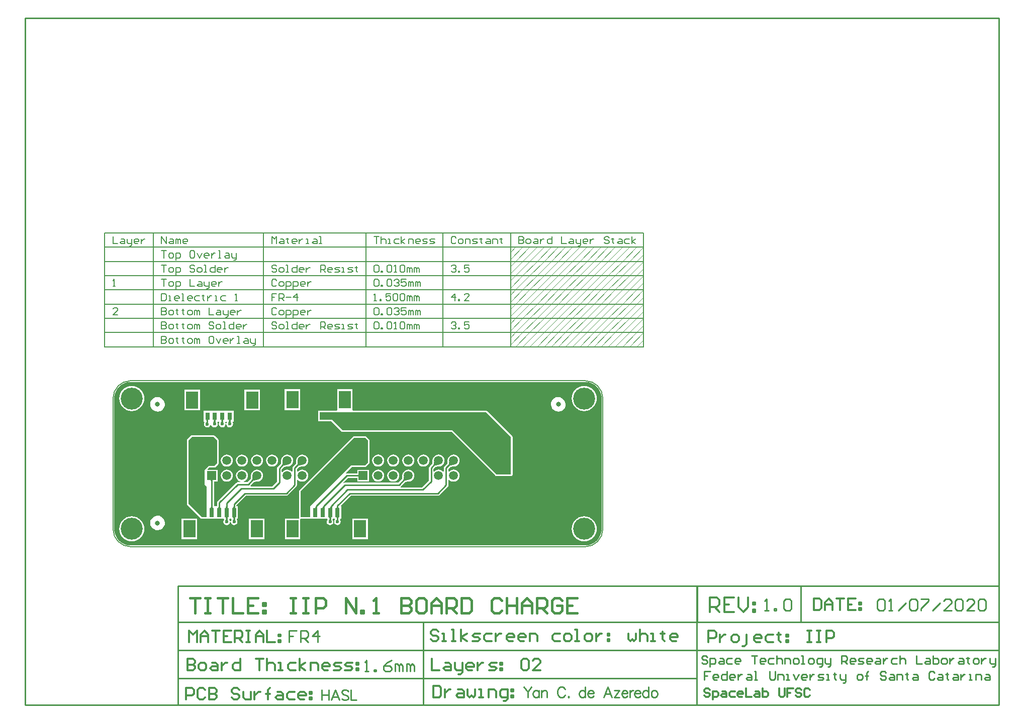
<source format=gbl>
G04*
G04 #@! TF.GenerationSoftware,Altium Limited,Altium Designer,20.2.6 (244)*
G04*
G04 Layer_Physical_Order=2*
G04 Layer_Color=16711680*
%FSLAX25Y25*%
%MOIN*%
G70*
G04*
G04 #@! TF.SameCoordinates,3E3B523F-315C-4B3F-A4B6-921EA6806A06*
G04*
G04*
G04 #@! TF.FilePolarity,Positive*
G04*
G01*
G75*
%ADD10C,0.00787*%
%ADD11C,0.01000*%
%ADD14C,0.00100*%
%ADD15C,0.01299*%
%ADD16C,0.01378*%
%ADD17C,0.01575*%
%ADD18C,0.03200*%
%ADD25C,0.05906*%
%ADD26C,0.14567*%
%ADD27R,0.05906X0.05906*%
%ADD28R,0.06000X0.06000*%
%ADD29C,0.06000*%
%ADD30C,0.02362*%
%ADD31R,0.03150X0.06299*%
%ADD32R,0.08268X0.11811*%
%ADD33R,0.03150X0.05118*%
G36*
X11811Y109433D02*
X312992D01*
X313714Y109433D01*
X315144Y109245D01*
X316538Y108872D01*
X317871Y108319D01*
X319121Y107598D01*
X320266Y106720D01*
X321286Y105699D01*
X322165Y104554D01*
X322886Y103305D01*
X323439Y101971D01*
X323812Y100577D01*
X324000Y99147D01*
X324000Y98425D01*
X324000Y11811D01*
X324000Y11089D01*
X323812Y9659D01*
X323438Y8265D01*
X322886Y6932D01*
X322165Y5682D01*
X321286Y4537D01*
X320266Y3517D01*
X319121Y2638D01*
X317871Y1917D01*
X316538Y1365D01*
X315144Y991D01*
X313714Y803D01*
X312992Y803D01*
X11811D01*
X11089Y803D01*
X9659Y991D01*
X8265Y1365D01*
X6932Y1917D01*
X5682Y2638D01*
X4537Y3517D01*
X3517Y4537D01*
X2638Y5682D01*
X1917Y6932D01*
X1365Y8265D01*
X991Y9659D01*
X803Y11089D01*
X803Y11811D01*
Y98425D01*
X803Y99147D01*
X991Y100577D01*
X1364Y101971D01*
X1917Y103305D01*
X2638Y104554D01*
X3517Y105699D01*
X4537Y106720D01*
X5682Y107598D01*
X6932Y108319D01*
X8265Y108872D01*
X9659Y109245D01*
X11089Y109433D01*
X11811Y109433D01*
D02*
G37*
%LPC*%
G36*
X124031Y104543D02*
X113764D01*
Y90732D01*
X124031D01*
Y104543D01*
D02*
G37*
G36*
X97457Y104317D02*
X87189D01*
Y90506D01*
X97457D01*
Y104317D01*
D02*
G37*
G36*
X57693D02*
X47425D01*
Y90506D01*
X57693D01*
Y104317D01*
D02*
G37*
G36*
X158874Y104543D02*
X148606D01*
Y90890D01*
X148248Y90390D01*
X137205D01*
X137106Y90370D01*
X136205D01*
Y89469D01*
X136185Y89370D01*
Y84252D01*
X136205Y84153D01*
Y83252D01*
X137106D01*
X137205Y83232D01*
X144883D01*
X151474Y76641D01*
X151805Y76420D01*
X152195Y76343D01*
X224578Y76343D01*
X253807Y47114D01*
X254137Y46893D01*
X254528Y46815D01*
X256827D01*
Y46787D01*
X264827D01*
Y47479D01*
X264897Y47835D01*
X264897Y72736D01*
X264820Y73126D01*
X264599Y73457D01*
X247965Y90091D01*
X247634Y90312D01*
X247244Y90390D01*
X159232Y90390D01*
X158874Y90732D01*
X158874Y90890D01*
Y104543D01*
D02*
G37*
G36*
X312402Y106749D02*
X310778Y106589D01*
X309216Y106115D01*
X307777Y105346D01*
X306516Y104311D01*
X305481Y103050D01*
X304712Y101611D01*
X304238Y100049D01*
X304078Y98425D01*
X304238Y96801D01*
X304712Y95240D01*
X305481Y93801D01*
X306516Y92540D01*
X307777Y91504D01*
X309216Y90735D01*
X310778Y90262D01*
X312402Y90102D01*
X314025Y90262D01*
X315587Y90735D01*
X317026Y91504D01*
X318287Y92540D01*
X319322Y93801D01*
X320092Y95240D01*
X320565Y96801D01*
X320725Y98425D01*
X320565Y100049D01*
X320092Y101611D01*
X319322Y103050D01*
X318287Y104311D01*
X317026Y105346D01*
X315587Y106115D01*
X314025Y106589D01*
X312402Y106749D01*
D02*
G37*
G36*
X12402D02*
X10778Y106589D01*
X9216Y106115D01*
X7777Y105346D01*
X6516Y104311D01*
X5481Y103050D01*
X4712Y101611D01*
X4238Y100049D01*
X4078Y98425D01*
X4238Y96801D01*
X4712Y95240D01*
X5481Y93801D01*
X6516Y92540D01*
X7777Y91504D01*
X9216Y90735D01*
X10778Y90262D01*
X12402Y90102D01*
X14025Y90262D01*
X15587Y90735D01*
X17026Y91504D01*
X18287Y92540D01*
X19322Y93801D01*
X20091Y95240D01*
X20565Y96801D01*
X20725Y98425D01*
X20565Y100049D01*
X20091Y101611D01*
X19322Y103050D01*
X18287Y104311D01*
X17026Y105346D01*
X15587Y106115D01*
X14025Y106589D01*
X12402Y106749D01*
D02*
G37*
G36*
X295076Y99336D02*
X293839Y99134D01*
X292695Y98624D01*
X291719Y97838D01*
X290975Y96829D01*
X290514Y95664D01*
X290366Y94420D01*
X290453Y93799D01*
X290453D01*
X290566Y93165D01*
X291111Y91998D01*
X291938Y91009D01*
X292990Y90267D01*
X294199Y89819D01*
X295481Y89697D01*
X296752Y89909D01*
X297926Y90439D01*
X298425Y90846D01*
X298425Y90847D01*
X298425Y90847D01*
X298895Y91261D01*
X299593Y92301D01*
X300002Y93486D01*
X300095Y94735D01*
X299866Y95967D01*
X299331Y97100D01*
X298523Y98059D01*
X297498Y98779D01*
X296323Y99215D01*
X295076Y99336D01*
D02*
G37*
G36*
X29328D02*
X28091Y99134D01*
X26947Y98624D01*
X25971Y97838D01*
X25227Y96829D01*
X24766Y95664D01*
X24618Y94420D01*
X24705Y93799D01*
X24705D01*
X24818Y93165D01*
X25363Y91998D01*
X26190Y91009D01*
X27242Y90267D01*
X28451Y89819D01*
X29733Y89697D01*
X31004Y89909D01*
X32178Y90439D01*
X32677Y90846D01*
X32677Y90847D01*
X32677Y90847D01*
X33147Y91261D01*
X33845Y92301D01*
X34254Y93486D01*
X34347Y94735D01*
X34118Y95967D01*
X33583Y97100D01*
X32776Y98059D01*
X31750Y98779D01*
X30575Y99215D01*
X29328Y99336D01*
D02*
G37*
G36*
X79937Y90143D02*
X60024D01*
Y83025D01*
X60340D01*
X60607Y82525D01*
X60445Y82284D01*
X60276Y81432D01*
X60445Y80581D01*
X60927Y79860D01*
X61649Y79378D01*
X62500Y79209D01*
X63351Y79378D01*
X64073Y79860D01*
X64555Y80581D01*
X64637Y80998D01*
X65147D01*
X65217Y80645D01*
X65699Y79924D01*
X66421Y79441D01*
X67272Y79272D01*
X68123Y79441D01*
X68844Y79924D01*
X69327Y80645D01*
X69496Y81496D01*
X69327Y82347D01*
X69168Y82584D01*
X69404Y83025D01*
X70309D01*
X70545Y82584D01*
X70386Y82347D01*
X70217Y81496D01*
X70386Y80645D01*
X70868Y79924D01*
X71590Y79441D01*
X72441Y79272D01*
X73292Y79441D01*
X74013Y79924D01*
X74496Y80645D01*
X74665Y81496D01*
X74496Y82347D01*
X74337Y82584D01*
X74573Y83025D01*
X75230D01*
X75466Y82584D01*
X75308Y82347D01*
X75138Y81496D01*
X75308Y80645D01*
X75790Y79924D01*
X76511Y79441D01*
X77362Y79272D01*
X78213Y79441D01*
X78935Y79924D01*
X79417Y80645D01*
X79586Y81496D01*
X79417Y82347D01*
X79258Y82584D01*
X79494Y83025D01*
X79937D01*
Y90143D01*
D02*
G37*
G36*
X66732Y73953D02*
X52264Y73953D01*
X51874Y73875D01*
X51543Y73654D01*
X49378Y71489D01*
X49156Y71158D01*
X49079Y70768D01*
X49079Y28445D01*
X49156Y28055D01*
X49378Y27724D01*
X58055Y19046D01*
Y18488D01*
X58957D01*
X59055Y18469D01*
X62205D01*
X62303Y18488D01*
X73512D01*
X73543Y18459D01*
X73592Y18397D01*
X73741Y17988D01*
X73339Y17386D01*
X73170Y16535D01*
X73339Y15684D01*
X73821Y14963D01*
X74543Y14481D01*
X75394Y14312D01*
X76245Y14481D01*
X76966Y14963D01*
X77448Y15684D01*
X77618Y16535D01*
X77448Y17386D01*
X77046Y17988D01*
X77195Y18397D01*
X77245Y18459D01*
X77276Y18488D01*
X78433D01*
X78464Y18459D01*
X78513Y18397D01*
X78663Y17988D01*
X78260Y17386D01*
X78091Y16535D01*
X78260Y15684D01*
X78742Y14963D01*
X79464Y14481D01*
X80315Y14312D01*
X81166Y14481D01*
X81888Y14963D01*
X82370Y15684D01*
X82539Y16535D01*
X82370Y17386D01*
X81967Y17988D01*
X82117Y18397D01*
X82166Y18459D01*
X82197Y18488D01*
X82890D01*
Y26787D01*
X81844D01*
Y27713D01*
X88035Y33904D01*
X114961D01*
X115546Y34020D01*
X116042Y34352D01*
X121554Y39863D01*
X121885Y40360D01*
X122002Y40945D01*
Y44374D01*
X122502Y44544D01*
X122653Y44346D01*
X123479Y43713D01*
X124441Y43314D01*
X125472Y43178D01*
X126504Y43314D01*
X127466Y43713D01*
X128292Y44346D01*
X128925Y45172D01*
X129323Y46134D01*
X129459Y47165D01*
X129323Y48197D01*
X128925Y49159D01*
X128292Y49984D01*
X127466Y50618D01*
X126504Y51016D01*
X125472Y51152D01*
X124441Y51016D01*
X123479Y50618D01*
X122653Y49984D01*
X122502Y49787D01*
X122002Y49957D01*
Y51532D01*
X123299Y52829D01*
X123374Y52877D01*
X123494Y52937D01*
X123655Y52998D01*
X123856Y53055D01*
X124098Y53105D01*
X124365Y53143D01*
X125057Y53190D01*
X125366Y53193D01*
X125472Y53179D01*
X126504Y53314D01*
X127466Y53713D01*
X128292Y54346D01*
X128925Y55172D01*
X129323Y56134D01*
X129459Y57165D01*
X129323Y58197D01*
X128925Y59159D01*
X128292Y59984D01*
X127466Y60618D01*
X126504Y61016D01*
X125472Y61152D01*
X124441Y61016D01*
X123479Y60618D01*
X122653Y59984D01*
X122020Y59159D01*
X121621Y58197D01*
X121486Y57165D01*
X121500Y57059D01*
X121497Y56750D01*
X121450Y56058D01*
X121412Y55790D01*
X121362Y55549D01*
X121305Y55348D01*
X121244Y55187D01*
X121185Y55067D01*
X121136Y54992D01*
X119391Y53247D01*
X119060Y52751D01*
X118943Y52165D01*
Y49957D01*
X118443Y49787D01*
X118292Y49984D01*
X117466Y50618D01*
X116504Y51016D01*
X115472Y51152D01*
X114441Y51016D01*
X113479Y50618D01*
X112653Y49984D01*
X112266Y49479D01*
X111766Y49649D01*
Y51296D01*
X113299Y52829D01*
X113374Y52877D01*
X113494Y52937D01*
X113655Y52998D01*
X113856Y53055D01*
X114097Y53105D01*
X114365Y53143D01*
X115057Y53190D01*
X115366Y53193D01*
X115472Y53179D01*
X116504Y53314D01*
X117466Y53713D01*
X118292Y54346D01*
X118925Y55172D01*
X119324Y56134D01*
X119459Y57165D01*
X119324Y58197D01*
X118925Y59159D01*
X118292Y59984D01*
X117466Y60618D01*
X116504Y61016D01*
X115472Y61152D01*
X114441Y61016D01*
X113479Y60618D01*
X112653Y59984D01*
X112020Y59159D01*
X111621Y58197D01*
X111486Y57165D01*
X111500Y57059D01*
X111497Y56750D01*
X111450Y56058D01*
X111412Y55790D01*
X111362Y55549D01*
X111305Y55348D01*
X111244Y55187D01*
X111185Y55067D01*
X111136Y54992D01*
X109155Y53011D01*
X108823Y52514D01*
X108707Y51929D01*
Y43192D01*
X105626Y40112D01*
X91289D01*
X91082Y40612D01*
X93299Y42829D01*
X93374Y42877D01*
X93494Y42937D01*
X93655Y42998D01*
X93856Y43055D01*
X94098Y43105D01*
X94365Y43143D01*
X95057Y43190D01*
X95366Y43192D01*
X95472Y43178D01*
X96504Y43314D01*
X97466Y43713D01*
X98292Y44346D01*
X98925Y45172D01*
X99323Y46134D01*
X99459Y47165D01*
X99323Y48197D01*
X98925Y49159D01*
X98292Y49984D01*
X97466Y50618D01*
X96504Y51016D01*
X95472Y51152D01*
X94441Y51016D01*
X93479Y50618D01*
X92653Y49984D01*
X92020Y49159D01*
X91621Y48197D01*
X91486Y47165D01*
X91500Y47059D01*
X91497Y46750D01*
X91450Y46058D01*
X91412Y45790D01*
X91362Y45549D01*
X91305Y45348D01*
X91244Y45187D01*
X91185Y45066D01*
X91136Y44991D01*
X89012Y42868D01*
X86733D01*
X86634Y43368D01*
X87466Y43713D01*
X88292Y44346D01*
X88925Y45172D01*
X89324Y46134D01*
X89459Y47165D01*
X89324Y48197D01*
X88925Y49159D01*
X88292Y49984D01*
X87466Y50618D01*
X86504Y51016D01*
X85472Y51152D01*
X84441Y51016D01*
X83479Y50618D01*
X82653Y49984D01*
X82020Y49159D01*
X81621Y48197D01*
X81486Y47165D01*
X81621Y46134D01*
X82020Y45172D01*
X82653Y44346D01*
X83479Y43713D01*
X84311Y43368D01*
X84212Y42868D01*
X82677D01*
X82092Y42752D01*
X81596Y42420D01*
X69391Y30215D01*
X69059Y29719D01*
X68943Y29134D01*
Y26787D01*
X67002D01*
Y43213D01*
X69425D01*
Y51118D01*
X62859D01*
X62668Y51580D01*
X63710Y52622D01*
X67224Y52622D01*
X67615Y52700D01*
X67945Y52921D01*
X69619Y54594D01*
X69840Y54925D01*
X69917Y55315D01*
X69917Y70768D01*
X69840Y71158D01*
X69619Y71489D01*
X67453Y73654D01*
X67453Y73654D01*
X67123Y73875D01*
X66732Y73953D01*
D02*
G37*
G36*
X105472Y61152D02*
X104441Y61016D01*
X103479Y60618D01*
X102653Y59984D01*
X102020Y59159D01*
X101621Y58197D01*
X101486Y57165D01*
X101621Y56134D01*
X102020Y55172D01*
X102653Y54346D01*
X103479Y53713D01*
X104441Y53314D01*
X105472Y53179D01*
X106504Y53314D01*
X107466Y53713D01*
X108292Y54346D01*
X108925Y55172D01*
X109324Y56134D01*
X109459Y57165D01*
X109324Y58197D01*
X108925Y59159D01*
X108292Y59984D01*
X107466Y60618D01*
X106504Y61016D01*
X105472Y61152D01*
D02*
G37*
G36*
X95472D02*
X94441Y61016D01*
X93479Y60618D01*
X92653Y59984D01*
X92020Y59159D01*
X91621Y58197D01*
X91486Y57165D01*
X91621Y56134D01*
X92020Y55172D01*
X92653Y54346D01*
X93479Y53713D01*
X94441Y53314D01*
X95472Y53179D01*
X96504Y53314D01*
X97466Y53713D01*
X98292Y54346D01*
X98925Y55172D01*
X99323Y56134D01*
X99459Y57165D01*
X99323Y58197D01*
X98925Y59159D01*
X98292Y59984D01*
X97466Y60618D01*
X96504Y61016D01*
X95472Y61152D01*
D02*
G37*
G36*
X85472D02*
X84441Y61016D01*
X83479Y60618D01*
X82653Y59984D01*
X82020Y59159D01*
X81621Y58197D01*
X81486Y57165D01*
X81621Y56134D01*
X82020Y55172D01*
X82653Y54346D01*
X83479Y53713D01*
X84441Y53314D01*
X85472Y53179D01*
X86504Y53314D01*
X87466Y53713D01*
X88292Y54346D01*
X88925Y55172D01*
X89324Y56134D01*
X89459Y57165D01*
X89324Y58197D01*
X88925Y59159D01*
X88292Y59984D01*
X87466Y60618D01*
X86504Y61016D01*
X85472Y61152D01*
D02*
G37*
G36*
X75472D02*
X74441Y61016D01*
X73479Y60618D01*
X72653Y59984D01*
X72020Y59159D01*
X71621Y58197D01*
X71486Y57165D01*
X71621Y56134D01*
X72020Y55172D01*
X72653Y54346D01*
X73479Y53713D01*
X74441Y53314D01*
X75472Y53179D01*
X76504Y53314D01*
X77466Y53713D01*
X78292Y54346D01*
X78925Y55172D01*
X79324Y56134D01*
X79459Y57165D01*
X79324Y58197D01*
X78925Y59159D01*
X78292Y59984D01*
X77466Y60618D01*
X76504Y61016D01*
X75472Y61152D01*
D02*
G37*
G36*
X159744Y73362D02*
X159354Y73285D01*
X159023Y73063D01*
X123688Y37729D01*
X123468Y37398D01*
X123390Y37008D01*
X123390Y19488D01*
X123444Y19217D01*
X123238Y18846D01*
X123121Y18717D01*
X113961D01*
Y4905D01*
X124228D01*
Y18320D01*
X124409Y18469D01*
X130709Y18469D01*
X130807Y18488D01*
X142016D01*
X142047Y18459D01*
X142096Y18397D01*
X142245Y17988D01*
X141843Y17386D01*
X141674Y16535D01*
X141843Y15684D01*
X142325Y14963D01*
X143047Y14481D01*
X143898Y14312D01*
X144749Y14481D01*
X145470Y14963D01*
X145952Y15684D01*
X146122Y16535D01*
X145952Y17386D01*
X145550Y17988D01*
X145699Y18397D01*
X145748Y18459D01*
X145780Y18488D01*
X146937D01*
X146968Y18459D01*
X147017Y18397D01*
X147166Y17988D01*
X146764Y17386D01*
X146595Y16535D01*
X146764Y15684D01*
X147246Y14963D01*
X147968Y14481D01*
X148819Y14312D01*
X149670Y14481D01*
X150391Y14963D01*
X150873Y15684D01*
X151043Y16535D01*
X150873Y17386D01*
X150471Y17988D01*
X150620Y18397D01*
X150670Y18459D01*
X150701Y18488D01*
X151394D01*
Y26787D01*
X151257D01*
X151066Y27249D01*
X157720Y33904D01*
X215354D01*
X215940Y34020D01*
X216436Y34352D01*
X221948Y39863D01*
X222279Y40360D01*
X222395Y40945D01*
Y44374D01*
X222896Y44544D01*
X223047Y44346D01*
X223873Y43713D01*
X224834Y43314D01*
X225866Y43178D01*
X226898Y43314D01*
X227860Y43713D01*
X228685Y44346D01*
X229319Y45172D01*
X229717Y46134D01*
X229853Y47165D01*
X229717Y48197D01*
X229319Y49159D01*
X228685Y49984D01*
X227860Y50618D01*
X226898Y51016D01*
X225866Y51152D01*
X224834Y51016D01*
X223873Y50618D01*
X223047Y49984D01*
X222896Y49787D01*
X222395Y49957D01*
Y51532D01*
X223692Y52829D01*
X223767Y52877D01*
X223888Y52937D01*
X224049Y52998D01*
X224250Y53055D01*
X224491Y53105D01*
X224759Y53143D01*
X225451Y53190D01*
X225759Y53193D01*
X225866Y53179D01*
X226898Y53314D01*
X227860Y53713D01*
X228685Y54346D01*
X229319Y55172D01*
X229717Y56134D01*
X229853Y57165D01*
X229717Y58197D01*
X229319Y59159D01*
X228685Y59984D01*
X227860Y60618D01*
X226898Y61016D01*
X225866Y61152D01*
X224834Y61016D01*
X223873Y60618D01*
X223047Y59984D01*
X222413Y59159D01*
X222015Y58197D01*
X221879Y57165D01*
X221893Y57059D01*
X221891Y56750D01*
X221844Y56058D01*
X221806Y55790D01*
X221756Y55549D01*
X221699Y55348D01*
X221638Y55187D01*
X221578Y55067D01*
X221529Y54992D01*
X219785Y53247D01*
X219453Y52751D01*
X219337Y52165D01*
Y49957D01*
X218837Y49787D01*
X218685Y49984D01*
X217860Y50618D01*
X216898Y51016D01*
X215866Y51152D01*
X214834Y51016D01*
X213873Y50618D01*
X213053Y49989D01*
X212863Y50013D01*
X212553Y50118D01*
Y51689D01*
X213692Y52829D01*
X213767Y52877D01*
X213888Y52937D01*
X214049Y52998D01*
X214250Y53055D01*
X214491Y53105D01*
X214759Y53143D01*
X215451Y53190D01*
X215759Y53193D01*
X215866Y53179D01*
X216898Y53314D01*
X217860Y53713D01*
X218685Y54346D01*
X219319Y55172D01*
X219717Y56134D01*
X219853Y57165D01*
X219717Y58197D01*
X219319Y59159D01*
X218685Y59984D01*
X217860Y60618D01*
X216898Y61016D01*
X215866Y61152D01*
X214834Y61016D01*
X213873Y60618D01*
X213047Y59984D01*
X212413Y59159D01*
X212015Y58197D01*
X211879Y57165D01*
X211893Y57059D01*
X211891Y56750D01*
X211844Y56058D01*
X211806Y55790D01*
X211756Y55549D01*
X211699Y55348D01*
X211638Y55187D01*
X211578Y55067D01*
X211529Y54992D01*
X209942Y53404D01*
X209611Y52908D01*
X209494Y52323D01*
Y43941D01*
X204878Y39325D01*
X190821D01*
X190669Y39825D01*
X190727Y39863D01*
X193692Y42829D01*
X193767Y42877D01*
X193888Y42937D01*
X194049Y42998D01*
X194250Y43055D01*
X194491Y43105D01*
X194759Y43143D01*
X195451Y43190D01*
X195759Y43192D01*
X195866Y43178D01*
X196898Y43314D01*
X197860Y43713D01*
X198685Y44346D01*
X199319Y45172D01*
X199717Y46134D01*
X199853Y47165D01*
X199717Y48197D01*
X199319Y49159D01*
X198685Y49984D01*
X197860Y50618D01*
X196898Y51016D01*
X195866Y51152D01*
X194834Y51016D01*
X193873Y50618D01*
X193047Y49984D01*
X192413Y49159D01*
X192015Y48197D01*
X191879Y47165D01*
X191893Y47059D01*
X191891Y46750D01*
X191844Y46058D01*
X191806Y45790D01*
X191756Y45549D01*
X191699Y45348D01*
X191638Y45187D01*
X191578Y45066D01*
X191529Y44991D01*
X189012Y42474D01*
X153767D01*
X153181Y42358D01*
X153022Y42251D01*
X152703Y42639D01*
X155699Y45636D01*
X161913D01*
Y43213D01*
X169819D01*
Y51118D01*
X161913D01*
Y48695D01*
X155066D01*
X154710Y48624D01*
X154464Y49085D01*
X158296Y52917D01*
X167126Y52917D01*
X167516Y52995D01*
X167847Y53216D01*
X169816Y55185D01*
X170036Y55515D01*
X170114Y55905D01*
X170114Y70473D01*
X170036Y70863D01*
X169815Y71193D01*
X167945Y73063D01*
X167615Y73285D01*
X167224Y73362D01*
X159744Y73362D01*
D02*
G37*
G36*
X205866Y61152D02*
X204834Y61016D01*
X203873Y60618D01*
X203047Y59984D01*
X202413Y59159D01*
X202015Y58197D01*
X201879Y57165D01*
X202015Y56134D01*
X202413Y55172D01*
X203047Y54346D01*
X203873Y53713D01*
X204834Y53314D01*
X205866Y53179D01*
X206898Y53314D01*
X207860Y53713D01*
X208685Y54346D01*
X209319Y55172D01*
X209717Y56134D01*
X209853Y57165D01*
X209717Y58197D01*
X209319Y59159D01*
X208685Y59984D01*
X207860Y60618D01*
X206898Y61016D01*
X205866Y61152D01*
D02*
G37*
G36*
X195866D02*
X194834Y61016D01*
X193873Y60618D01*
X193047Y59984D01*
X192413Y59159D01*
X192015Y58197D01*
X191879Y57165D01*
X192015Y56134D01*
X192413Y55172D01*
X193047Y54346D01*
X193873Y53713D01*
X194834Y53314D01*
X195866Y53179D01*
X196898Y53314D01*
X197860Y53713D01*
X198685Y54346D01*
X199319Y55172D01*
X199717Y56134D01*
X199853Y57165D01*
X199717Y58197D01*
X199319Y59159D01*
X198685Y59984D01*
X197860Y60618D01*
X196898Y61016D01*
X195866Y61152D01*
D02*
G37*
G36*
X185866D02*
X184834Y61016D01*
X183873Y60618D01*
X183047Y59984D01*
X182413Y59159D01*
X182015Y58197D01*
X181879Y57165D01*
X182015Y56134D01*
X182413Y55172D01*
X183047Y54346D01*
X183873Y53713D01*
X184834Y53314D01*
X185866Y53179D01*
X186898Y53314D01*
X187860Y53713D01*
X188685Y54346D01*
X189319Y55172D01*
X189717Y56134D01*
X189853Y57165D01*
X189717Y58197D01*
X189319Y59159D01*
X188685Y59984D01*
X187860Y60618D01*
X186898Y61016D01*
X185866Y61152D01*
D02*
G37*
G36*
X175866D02*
X174834Y61016D01*
X173873Y60618D01*
X173047Y59984D01*
X172413Y59159D01*
X172015Y58197D01*
X171879Y57165D01*
X172015Y56134D01*
X172413Y55172D01*
X173047Y54346D01*
X173873Y53713D01*
X174834Y53314D01*
X175866Y53179D01*
X176898Y53314D01*
X177860Y53713D01*
X178685Y54346D01*
X179319Y55172D01*
X179717Y56134D01*
X179853Y57165D01*
X179717Y58197D01*
X179319Y59159D01*
X178685Y59984D01*
X177860Y60618D01*
X176898Y61016D01*
X175866Y61152D01*
D02*
G37*
G36*
X75472Y51152D02*
X74441Y51016D01*
X73479Y50618D01*
X72653Y49984D01*
X72020Y49159D01*
X71621Y48197D01*
X71486Y47165D01*
X71621Y46134D01*
X72020Y45172D01*
X72653Y44346D01*
X73479Y43713D01*
X74441Y43314D01*
X75472Y43178D01*
X76504Y43314D01*
X77466Y43713D01*
X78292Y44346D01*
X78925Y45172D01*
X79324Y46134D01*
X79459Y47165D01*
X79324Y48197D01*
X78925Y49159D01*
X78292Y49984D01*
X77466Y50618D01*
X76504Y51016D01*
X75472Y51152D01*
D02*
G37*
G36*
X185866Y51152D02*
X184834Y51016D01*
X183873Y50618D01*
X183047Y49984D01*
X182413Y49159D01*
X182015Y48197D01*
X181879Y47165D01*
X182015Y46134D01*
X182413Y45172D01*
X183047Y44346D01*
X183873Y43713D01*
X184834Y43314D01*
X185866Y43178D01*
X186898Y43314D01*
X187860Y43713D01*
X188685Y44346D01*
X189319Y45172D01*
X189717Y46134D01*
X189853Y47165D01*
X189717Y48197D01*
X189319Y49159D01*
X188685Y49984D01*
X187860Y50618D01*
X186898Y51016D01*
X185866Y51152D01*
D02*
G37*
G36*
X175866D02*
X174834Y51016D01*
X173873Y50618D01*
X173047Y49984D01*
X172413Y49159D01*
X172015Y48197D01*
X171879Y47165D01*
X172015Y46134D01*
X172413Y45172D01*
X173047Y44346D01*
X173873Y43713D01*
X174834Y43314D01*
X175866Y43178D01*
X176898Y43314D01*
X177860Y43713D01*
X178685Y44346D01*
X179319Y45172D01*
X179717Y46134D01*
X179853Y47165D01*
X179717Y48197D01*
X179319Y49159D01*
X178685Y49984D01*
X177860Y50618D01*
X176898Y51016D01*
X175866Y51152D01*
D02*
G37*
G36*
X29328Y20595D02*
X28091Y20394D01*
X26947Y19883D01*
X25971Y19098D01*
X25227Y18089D01*
X24766Y16924D01*
X24618Y15679D01*
X24705Y15059D01*
X24705D01*
X24818Y14425D01*
X25363Y13258D01*
X26190Y12269D01*
X27242Y11527D01*
X28451Y11079D01*
X29733Y10957D01*
X31004Y11168D01*
X32178Y11699D01*
X32677Y12106D01*
X32677Y12106D01*
X32677Y12106D01*
X33147Y12520D01*
X33845Y13561D01*
X34254Y14746D01*
X34347Y15995D01*
X34118Y17227D01*
X33583Y18360D01*
X32776Y19319D01*
X31750Y20039D01*
X30575Y20474D01*
X29328Y20595D01*
D02*
G37*
G36*
X100409Y18717D02*
X90142D01*
Y4905D01*
X100409D01*
Y18717D01*
D02*
G37*
G36*
X55724D02*
X45457D01*
Y4905D01*
X55724D01*
Y18717D01*
D02*
G37*
G36*
X168913Y18717D02*
X158646D01*
Y4905D01*
X168913D01*
Y18717D01*
D02*
G37*
G36*
X312402Y20135D02*
X310778Y19975D01*
X309216Y19501D01*
X307777Y18732D01*
X306516Y17697D01*
X305481Y16435D01*
X304712Y14996D01*
X304238Y13435D01*
X304078Y11811D01*
X304238Y10187D01*
X304712Y8626D01*
X305481Y7187D01*
X306516Y5925D01*
X307777Y4890D01*
X309216Y4121D01*
X310778Y3647D01*
X312402Y3488D01*
X314025Y3647D01*
X315587Y4121D01*
X317026Y4890D01*
X318287Y5925D01*
X319322Y7187D01*
X320092Y8626D01*
X320565Y10187D01*
X320725Y11811D01*
X320565Y13435D01*
X320092Y14996D01*
X319322Y16435D01*
X318287Y17697D01*
X317026Y18732D01*
X315587Y19501D01*
X314025Y19975D01*
X312402Y20135D01*
D02*
G37*
G36*
X12402D02*
X10778Y19975D01*
X9216Y19501D01*
X7777Y18732D01*
X6516Y17697D01*
X5481Y16435D01*
X4712Y14996D01*
X4238Y13435D01*
X4078Y11811D01*
X4238Y10187D01*
X4712Y8626D01*
X5481Y7187D01*
X6516Y5925D01*
X7777Y4890D01*
X9216Y4121D01*
X10778Y3647D01*
X12402Y3488D01*
X14025Y3647D01*
X15587Y4121D01*
X17026Y4890D01*
X18287Y5925D01*
X19322Y7187D01*
X20091Y8626D01*
X20565Y10187D01*
X20725Y11811D01*
X20565Y13435D01*
X20091Y14996D01*
X19322Y16435D01*
X18287Y17697D01*
X17026Y18732D01*
X15587Y19501D01*
X14025Y19975D01*
X12402Y20135D01*
D02*
G37*
%LPD*%
G36*
X247244Y89370D02*
X263878Y72736D01*
X263878Y47835D01*
X254528D01*
X225147Y77215D01*
Y77362D01*
X152195Y77362D01*
X145306Y84252D01*
X137205D01*
Y89370D01*
X247244Y89370D01*
D02*
G37*
G36*
X78267Y84027D02*
X78182Y83997D01*
X78107Y83947D01*
X78042Y83877D01*
X77987Y83787D01*
X77942Y83677D01*
X77907Y83547D01*
X77882Y83397D01*
X77867Y83227D01*
X77865Y83158D01*
X77865Y83155D01*
X77875Y83041D01*
X77892Y82932D01*
X77915Y82830D01*
X77944Y82734D01*
X77980Y82643D01*
X78022Y82558D01*
X78071Y82479D01*
X78127Y82407D01*
X78189Y82340D01*
X76535D01*
X76597Y82407D01*
X76653Y82479D01*
X76702Y82558D01*
X76745Y82643D01*
X76780Y82734D01*
X76810Y82830D01*
X76833Y82932D01*
X76849Y83041D01*
X76859Y83155D01*
X76859Y83158D01*
X76857Y83227D01*
X76842Y83397D01*
X76817Y83547D01*
X76782Y83677D01*
X76737Y83787D01*
X76682Y83877D01*
X76617Y83947D01*
X76542Y83997D01*
X76457Y84027D01*
X76362Y84037D01*
X78362D01*
X78267Y84027D01*
D02*
G37*
G36*
X73346D02*
X73261Y83997D01*
X73186Y83947D01*
X73121Y83877D01*
X73066Y83787D01*
X73021Y83677D01*
X72986Y83547D01*
X72961Y83397D01*
X72946Y83227D01*
X72944Y83158D01*
X72944Y83155D01*
X72954Y83041D01*
X72970Y82932D01*
X72993Y82830D01*
X73023Y82734D01*
X73059Y82643D01*
X73101Y82558D01*
X73150Y82479D01*
X73206Y82407D01*
X73268Y82340D01*
X71614D01*
X71676Y82407D01*
X71732Y82479D01*
X71781Y82558D01*
X71823Y82643D01*
X71859Y82734D01*
X71889Y82830D01*
X71912Y82932D01*
X71928Y83041D01*
X71938Y83155D01*
X71938Y83158D01*
X71936Y83227D01*
X71921Y83397D01*
X71896Y83547D01*
X71861Y83677D01*
X71816Y83787D01*
X71761Y83877D01*
X71696Y83947D01*
X71621Y83997D01*
X71536Y84027D01*
X71441Y84037D01*
X73441D01*
X73346Y84027D01*
D02*
G37*
G36*
X68177D02*
X68092Y83997D01*
X68017Y83947D01*
X67952Y83877D01*
X67897Y83787D01*
X67852Y83677D01*
X67817Y83547D01*
X67792Y83397D01*
X67777Y83227D01*
X67775Y83158D01*
X67775Y83155D01*
X67785Y83041D01*
X67801Y82932D01*
X67824Y82830D01*
X67854Y82734D01*
X67890Y82643D01*
X67932Y82558D01*
X67981Y82479D01*
X68037Y82407D01*
X68099Y82340D01*
X66445D01*
X66507Y82407D01*
X66563Y82479D01*
X66612Y82558D01*
X66654Y82643D01*
X66690Y82734D01*
X66720Y82830D01*
X66743Y82932D01*
X66759Y83041D01*
X66769Y83155D01*
X66769Y83158D01*
X66767Y83227D01*
X66752Y83397D01*
X66727Y83547D01*
X66692Y83677D01*
X66647Y83787D01*
X66592Y83877D01*
X66527Y83947D01*
X66452Y83997D01*
X66367Y84027D01*
X66272Y84037D01*
X68272D01*
X68177Y84027D01*
D02*
G37*
G36*
X63405D02*
X63320Y83997D01*
X63245Y83947D01*
X63180Y83877D01*
X63125Y83787D01*
X63080Y83677D01*
X63045Y83547D01*
X63020Y83397D01*
X63005Y83227D01*
X63002Y83126D01*
X63003Y83091D01*
X63013Y82977D01*
X63029Y82869D01*
X63052Y82766D01*
X63082Y82670D01*
X63118Y82579D01*
X63160Y82495D01*
X63209Y82416D01*
X63265Y82343D01*
X63327Y82276D01*
X61673D01*
X61735Y82343D01*
X61791Y82416D01*
X61840Y82495D01*
X61882Y82579D01*
X61918Y82670D01*
X61948Y82766D01*
X61971Y82869D01*
X61987Y82977D01*
X61997Y83091D01*
X61998Y83126D01*
X61995Y83227D01*
X61980Y83397D01*
X61955Y83547D01*
X61920Y83677D01*
X61875Y83787D01*
X61820Y83877D01*
X61755Y83947D01*
X61680Y83997D01*
X61595Y84027D01*
X61500Y84037D01*
X63500D01*
X63405Y84027D01*
D02*
G37*
G36*
X125443Y54213D02*
X125019Y54210D01*
X124258Y54158D01*
X123921Y54109D01*
X123614Y54046D01*
X123336Y53967D01*
X123087Y53873D01*
X122867Y53764D01*
X122677Y53640D01*
X122515Y53501D01*
X121808Y54208D01*
X121948Y54370D01*
X122072Y54560D01*
X122180Y54780D01*
X122274Y55029D01*
X122353Y55307D01*
X122416Y55614D01*
X122465Y55951D01*
X122517Y56712D01*
X122520Y57136D01*
X125443Y54213D01*
D02*
G37*
G36*
X115443D02*
X115019Y54210D01*
X114258Y54158D01*
X113921Y54109D01*
X113614Y54046D01*
X113336Y53967D01*
X113087Y53873D01*
X112867Y53764D01*
X112677Y53640D01*
X112515Y53501D01*
X111808Y54208D01*
X111948Y54370D01*
X112072Y54560D01*
X112180Y54780D01*
X112274Y55029D01*
X112353Y55307D01*
X112417Y55614D01*
X112465Y55951D01*
X112517Y56712D01*
X112520Y57136D01*
X115443Y54213D01*
D02*
G37*
G36*
X95443Y44213D02*
X95019Y44210D01*
X94258Y44158D01*
X93921Y44109D01*
X93614Y44046D01*
X93336Y43967D01*
X93087Y43873D01*
X92867Y43764D01*
X92677Y43640D01*
X92515Y43501D01*
X91808Y44208D01*
X91948Y44370D01*
X92071Y44560D01*
X92180Y44780D01*
X92274Y45029D01*
X92353Y45307D01*
X92417Y45614D01*
X92465Y45951D01*
X92517Y46712D01*
X92520Y47136D01*
X95443Y44213D01*
D02*
G37*
G36*
X66377Y44215D02*
X66292Y44185D01*
X66217Y44135D01*
X66152Y44065D01*
X66097Y43975D01*
X66052Y43865D01*
X66017Y43735D01*
X65992Y43585D01*
X65977Y43415D01*
X65972Y43225D01*
X64972D01*
X64967Y43415D01*
X64952Y43585D01*
X64927Y43735D01*
X64892Y43865D01*
X64847Y43975D01*
X64792Y44065D01*
X64727Y44135D01*
X64652Y44185D01*
X64567Y44215D01*
X64472Y44225D01*
X66472D01*
X66377Y44215D01*
D02*
G37*
G36*
X80820Y26585D02*
X80835Y26415D01*
X80860Y26265D01*
X80895Y26135D01*
X80940Y26025D01*
X80995Y25935D01*
X81060Y25865D01*
X81135Y25815D01*
X81220Y25785D01*
X81315Y25775D01*
X79315D01*
X79410Y25785D01*
X79495Y25815D01*
X79570Y25865D01*
X79635Y25935D01*
X79690Y26025D01*
X79735Y26135D01*
X79770Y26265D01*
X79795Y26415D01*
X79810Y26585D01*
X79815Y26775D01*
X80815D01*
X80820Y26585D01*
D02*
G37*
G36*
X75899D02*
X75914Y26415D01*
X75939Y26265D01*
X75974Y26135D01*
X76019Y26025D01*
X76074Y25935D01*
X76139Y25865D01*
X76214Y25815D01*
X76299Y25785D01*
X76394Y25775D01*
X74394D01*
X74489Y25785D01*
X74574Y25815D01*
X74649Y25865D01*
X74714Y25935D01*
X74769Y26025D01*
X74814Y26135D01*
X74849Y26265D01*
X74874Y26415D01*
X74889Y26585D01*
X74894Y26775D01*
X75894D01*
X75899Y26585D01*
D02*
G37*
G36*
X70977D02*
X70992Y26415D01*
X71017Y26265D01*
X71052Y26135D01*
X71097Y26025D01*
X71152Y25935D01*
X71217Y25865D01*
X71292Y25815D01*
X71377Y25785D01*
X71472Y25775D01*
X69472D01*
X69567Y25785D01*
X69652Y25815D01*
X69727Y25865D01*
X69792Y25935D01*
X69847Y26025D01*
X69892Y26135D01*
X69927Y26265D01*
X69952Y26415D01*
X69967Y26585D01*
X69972Y26775D01*
X70972D01*
X70977Y26585D01*
D02*
G37*
G36*
X65977D02*
X65992Y26415D01*
X66017Y26265D01*
X66052Y26135D01*
X66097Y26025D01*
X66152Y25935D01*
X66217Y25865D01*
X66292Y25815D01*
X66377Y25785D01*
X66472Y25775D01*
X64472D01*
X64567Y25785D01*
X64652Y25815D01*
X64727Y25865D01*
X64792Y25935D01*
X64847Y26025D01*
X64892Y26135D01*
X64927Y26265D01*
X64952Y26415D01*
X64967Y26585D01*
X64972Y26775D01*
X65972D01*
X65977Y26585D01*
D02*
G37*
G36*
X68898Y70768D02*
X68898Y55315D01*
X67224Y53642D01*
X63287Y53642D01*
X60630Y50984D01*
Y41437D01*
X62205Y39862D01*
Y19488D01*
X59055D01*
X50098Y28445D01*
X50098Y70768D01*
X52264Y72933D01*
X66732Y72933D01*
X68898Y70768D01*
D02*
G37*
G36*
X81220Y19502D02*
X81135Y19472D01*
X81060Y19421D01*
X80995Y19350D01*
X80940Y19259D01*
X80895Y19148D01*
X80860Y19016D01*
X80835Y18865D01*
X80820Y18692D01*
X80815Y18500D01*
X79815D01*
X79810Y18692D01*
X79795Y18865D01*
X79770Y19016D01*
X79735Y19148D01*
X79690Y19259D01*
X79635Y19350D01*
X79570Y19421D01*
X79495Y19472D01*
X79410Y19502D01*
X79315Y19512D01*
X81315D01*
X81220Y19502D01*
D02*
G37*
G36*
X76299D02*
X76214Y19472D01*
X76139Y19421D01*
X76074Y19350D01*
X76019Y19259D01*
X75974Y19148D01*
X75939Y19016D01*
X75914Y18865D01*
X75899Y18692D01*
X75894Y18500D01*
X74894D01*
X74889Y18692D01*
X74874Y18865D01*
X74849Y19016D01*
X74814Y19148D01*
X74769Y19259D01*
X74714Y19350D01*
X74649Y19421D01*
X74574Y19472D01*
X74489Y19502D01*
X74394Y19512D01*
X76394D01*
X76299Y19502D01*
D02*
G37*
G36*
X80818Y18194D02*
X80828Y18080D01*
X80844Y17972D01*
X80867Y17869D01*
X80897Y17773D01*
X80933Y17682D01*
X80975Y17598D01*
X81024Y17519D01*
X81080Y17446D01*
X81142Y17379D01*
X79488D01*
X79550Y17446D01*
X79606Y17519D01*
X79655Y17598D01*
X79697Y17682D01*
X79733Y17773D01*
X79763Y17869D01*
X79786Y17972D01*
X79802Y18080D01*
X79812Y18194D01*
X79815Y18314D01*
X80815D01*
X80818Y18194D01*
D02*
G37*
G36*
X75897D02*
X75907Y18080D01*
X75923Y17972D01*
X75946Y17869D01*
X75975Y17773D01*
X76011Y17682D01*
X76054Y17598D01*
X76103Y17519D01*
X76158Y17446D01*
X76221Y17379D01*
X74567D01*
X74629Y17446D01*
X74685Y17519D01*
X74734Y17598D01*
X74776Y17682D01*
X74812Y17773D01*
X74841Y17869D01*
X74864Y17972D01*
X74881Y18080D01*
X74890Y18194D01*
X74894Y18314D01*
X75894D01*
X75897Y18194D01*
D02*
G37*
G36*
X225837Y54213D02*
X225412Y54210D01*
X224652Y54158D01*
X224315Y54109D01*
X224008Y54046D01*
X223730Y53967D01*
X223481Y53873D01*
X223261Y53764D01*
X223071Y53640D01*
X222909Y53501D01*
X222202Y54208D01*
X222341Y54370D01*
X222465Y54560D01*
X222574Y54780D01*
X222668Y55029D01*
X222747Y55307D01*
X222810Y55614D01*
X222859Y55951D01*
X222910Y56712D01*
X222914Y57136D01*
X225837Y54213D01*
D02*
G37*
G36*
X215837D02*
X215412Y54210D01*
X214652Y54158D01*
X214315Y54109D01*
X214008Y54046D01*
X213730Y53967D01*
X213481Y53873D01*
X213261Y53764D01*
X213071Y53640D01*
X212909Y53501D01*
X212202Y54208D01*
X212341Y54370D01*
X212465Y54560D01*
X212574Y54780D01*
X212668Y55029D01*
X212747Y55307D01*
X212810Y55614D01*
X212859Y55951D01*
X212910Y56712D01*
X212913Y57136D01*
X215837Y54213D01*
D02*
G37*
G36*
X162937Y46165D02*
X162927Y46260D01*
X162897Y46345D01*
X162846Y46420D01*
X162776Y46485D01*
X162684Y46540D01*
X162573Y46585D01*
X162442Y46620D01*
X162290Y46645D01*
X162118Y46660D01*
X161925Y46665D01*
Y47665D01*
X162118Y47670D01*
X162290Y47685D01*
X162442Y47710D01*
X162573Y47745D01*
X162684Y47790D01*
X162776Y47845D01*
X162846Y47910D01*
X162897Y47985D01*
X162927Y48070D01*
X162937Y48165D01*
Y46165D01*
D02*
G37*
G36*
X195837Y44213D02*
X195412Y44210D01*
X194652Y44158D01*
X194315Y44109D01*
X194008Y44046D01*
X193730Y43967D01*
X193481Y43873D01*
X193261Y43764D01*
X193070Y43640D01*
X192909Y43501D01*
X192202Y44208D01*
X192341Y44370D01*
X192465Y44560D01*
X192574Y44780D01*
X192668Y45029D01*
X192747Y45307D01*
X192810Y45614D01*
X192859Y45951D01*
X192910Y46712D01*
X192913Y47136D01*
X195837Y44213D01*
D02*
G37*
G36*
X149324Y26585D02*
X149339Y26415D01*
X149364Y26265D01*
X149399Y26135D01*
X149444Y26025D01*
X149499Y25935D01*
X149564Y25865D01*
X149639Y25815D01*
X149724Y25785D01*
X149819Y25775D01*
X147819D01*
X147914Y25785D01*
X147999Y25815D01*
X148074Y25865D01*
X148139Y25935D01*
X148194Y26025D01*
X148239Y26135D01*
X148274Y26265D01*
X148299Y26415D01*
X148314Y26585D01*
X148319Y26775D01*
X149319D01*
X149324Y26585D01*
D02*
G37*
G36*
X145122D02*
X145149Y26265D01*
X145173Y26135D01*
X145204Y26025D01*
X145241Y25935D01*
X145286Y25865D01*
X145337Y25815D01*
X145395Y25785D01*
X145460Y25775D01*
X143618D01*
X143713Y25785D01*
X143798Y25815D01*
X143873Y25865D01*
X143938Y25935D01*
X143993Y26025D01*
X144038Y26135D01*
X144073Y26265D01*
X144098Y26415D01*
X144113Y26585D01*
X144118Y26775D01*
X145118D01*
X145122Y26585D01*
D02*
G37*
G36*
X140200D02*
X140228Y26265D01*
X140252Y26135D01*
X140282Y26025D01*
X140320Y25935D01*
X140365Y25865D01*
X140416Y25815D01*
X140474Y25785D01*
X140539Y25775D01*
X138697D01*
X138792Y25785D01*
X138877Y25815D01*
X138952Y25865D01*
X139017Y25935D01*
X139072Y26025D01*
X139117Y26135D01*
X139152Y26265D01*
X139177Y26415D01*
X139192Y26585D01*
X139197Y26775D01*
X140197D01*
X140200Y26585D01*
D02*
G37*
G36*
X135279D02*
X135306Y26265D01*
X135330Y26135D01*
X135361Y26025D01*
X135399Y25935D01*
X135443Y25865D01*
X135495Y25815D01*
X135553Y25785D01*
X135618Y25775D01*
X133776D01*
X133871Y25785D01*
X133956Y25815D01*
X134031Y25865D01*
X134096Y25935D01*
X134151Y26025D01*
X134196Y26135D01*
X134231Y26265D01*
X134256Y26415D01*
X134271Y26585D01*
X134276Y26775D01*
X135276D01*
X135279Y26585D01*
D02*
G37*
G36*
X167224Y72342D02*
X169095Y70473D01*
X169095Y55905D01*
X167126Y53937D01*
X157874Y53937D01*
X130709Y26772D01*
X130709Y19488D01*
X124409Y19488D01*
X124409Y37008D01*
X159744Y72342D01*
X167224Y72342D01*
D02*
G37*
G36*
X149724Y19502D02*
X149639Y19472D01*
X149564Y19421D01*
X149499Y19350D01*
X149444Y19259D01*
X149399Y19148D01*
X149364Y19016D01*
X149339Y18865D01*
X149324Y18692D01*
X149319Y18500D01*
X148319D01*
X148314Y18692D01*
X148299Y18865D01*
X148274Y19016D01*
X148239Y19148D01*
X148194Y19259D01*
X148139Y19350D01*
X148074Y19421D01*
X147999Y19472D01*
X147914Y19502D01*
X147819Y19512D01*
X149819D01*
X149724Y19502D01*
D02*
G37*
G36*
X144803D02*
X144718Y19472D01*
X144643Y19421D01*
X144578Y19350D01*
X144523Y19259D01*
X144478Y19148D01*
X144443Y19016D01*
X144418Y18865D01*
X144403Y18692D01*
X144398Y18500D01*
X143398D01*
X143393Y18692D01*
X143378Y18865D01*
X143353Y19016D01*
X143318Y19148D01*
X143273Y19259D01*
X143218Y19350D01*
X143153Y19421D01*
X143078Y19472D01*
X142993Y19502D01*
X142898Y19512D01*
X144898D01*
X144803Y19502D01*
D02*
G37*
G36*
X149322Y18194D02*
X149332Y18080D01*
X149348Y17972D01*
X149371Y17869D01*
X149401Y17773D01*
X149436Y17682D01*
X149479Y17598D01*
X149528Y17519D01*
X149584Y17446D01*
X149646Y17379D01*
X147992D01*
X148054Y17446D01*
X148110Y17519D01*
X148159Y17598D01*
X148201Y17682D01*
X148237Y17773D01*
X148267Y17869D01*
X148290Y17972D01*
X148306Y18080D01*
X148316Y18194D01*
X148319Y18314D01*
X149319D01*
X149322Y18194D01*
D02*
G37*
G36*
X144401D02*
X144411Y18080D01*
X144427Y17972D01*
X144450Y17869D01*
X144479Y17773D01*
X144515Y17682D01*
X144558Y17598D01*
X144607Y17519D01*
X144662Y17446D01*
X144724Y17379D01*
X143071D01*
X143133Y17446D01*
X143189Y17519D01*
X143237Y17598D01*
X143280Y17682D01*
X143316Y17773D01*
X143345Y17869D01*
X143368Y17972D01*
X143385Y18080D01*
X143394Y18194D01*
X143398Y18314D01*
X144398D01*
X144401Y18194D01*
D02*
G37*
D10*
X324803Y98418D02*
G03*
X312985Y110236I-11818J0D01*
G01*
X313050Y0D02*
G03*
X324803Y11754I0J11754D01*
G01*
X0Y11663D02*
G03*
X11663Y0I11663J0D01*
G01*
X11793Y110236D02*
G03*
X0Y98443I0J-11793D01*
G01*
X12696Y110236D02*
X312985D01*
X324803Y11754D02*
Y98418D01*
X11663Y0D02*
X313050D01*
X0Y11663D02*
Y25591D01*
Y92520D01*
X11793Y110236D02*
X12696D01*
X0Y92520D02*
Y98443D01*
X-5607Y198819D02*
X351780D01*
X-5607Y208268D02*
X351780D01*
X-5607Y132677D02*
Y208268D01*
Y132677D02*
X26670D01*
X-5607Y142126D02*
X26670D01*
X-5607Y151575D02*
X26670D01*
X-5607Y161024D02*
X26670D01*
X-5607Y170473D02*
X26670D01*
X-5607Y179921D02*
X26670D01*
X-5607Y189370D02*
X26670D01*
Y132677D02*
Y208268D01*
Y132677D02*
X99878D01*
X26670Y142126D02*
X99878D01*
X26670Y151575D02*
X99878D01*
X26670Y161024D02*
X99878D01*
X26670Y170473D02*
X99878D01*
X26670Y179921D02*
X99878D01*
X26670Y189370D02*
X99878D01*
Y132677D02*
Y208268D01*
Y132677D02*
X167577D01*
X99878Y142126D02*
X167577D01*
X99878Y151575D02*
X167577D01*
X99878Y161024D02*
X167577D01*
X99878Y170473D02*
X167577D01*
X99878Y179921D02*
X167577D01*
X99878Y189370D02*
X167577D01*
Y132677D02*
Y208268D01*
Y132677D02*
X218745D01*
X167577Y142126D02*
X218745D01*
X167577Y151575D02*
X218745D01*
X167577Y161024D02*
X218745D01*
X167577Y170473D02*
X218745D01*
X167577Y179921D02*
X218745D01*
X167577Y189370D02*
X218745D01*
Y132677D02*
Y208268D01*
Y132677D02*
X263615D01*
X218745Y142126D02*
X263615D01*
X218745Y151575D02*
X263615D01*
X218745Y161024D02*
X263615D01*
X218745Y170473D02*
X263615D01*
X218745Y179921D02*
X263615D01*
X218745Y189370D02*
X263615D01*
Y132677D02*
Y208268D01*
Y132677D02*
X351780D01*
X263615Y142126D02*
X351780D01*
X263615Y151575D02*
X351780D01*
X263615Y161024D02*
X351780D01*
X263615Y170473D02*
X351780D01*
X263615Y179921D02*
X351780D01*
X263615Y189370D02*
X351780D01*
Y132677D02*
Y208268D01*
X-95Y205904D02*
Y201181D01*
X3054D01*
X5415Y204330D02*
X6990D01*
X7777Y203542D01*
Y201181D01*
X5415D01*
X4628Y201968D01*
X5415Y202755D01*
X7777D01*
X9351Y204330D02*
Y201968D01*
X10138Y201181D01*
X12500D01*
Y200394D01*
X11712Y199607D01*
X10925D01*
X12500Y201181D02*
Y204330D01*
X16435Y201181D02*
X14861D01*
X14074Y201968D01*
Y203542D01*
X14861Y204330D01*
X16435D01*
X17222Y203542D01*
Y202755D01*
X14074D01*
X18797Y204330D02*
Y201181D01*
Y202755D01*
X19584Y203542D01*
X20371Y204330D01*
X21158D01*
X3054Y153937D02*
X-95D01*
X3054Y157086D01*
Y157873D01*
X2267Y158660D01*
X692D01*
X-95Y157873D01*
Y172835D02*
X1480D01*
X692D01*
Y177558D01*
X-95Y176770D01*
X32182Y201181D02*
Y205904D01*
X35331Y201181D01*
Y205904D01*
X37692Y204330D02*
X39266D01*
X40053Y203542D01*
Y201181D01*
X37692D01*
X36905Y201968D01*
X37692Y202755D01*
X40053D01*
X41628Y201181D02*
Y204330D01*
X42415D01*
X43202Y203542D01*
Y201181D01*
Y203542D01*
X43989Y204330D01*
X44776Y203542D01*
Y201181D01*
X48712D02*
X47138D01*
X46350Y201968D01*
Y203542D01*
X47138Y204330D01*
X48712D01*
X49499Y203542D01*
Y202755D01*
X46350D01*
X32182Y139762D02*
Y135039D01*
X34543D01*
X35331Y135827D01*
Y136614D01*
X34543Y137401D01*
X32182D01*
X34543D01*
X35331Y138188D01*
Y138975D01*
X34543Y139762D01*
X32182D01*
X37692Y135039D02*
X39266D01*
X40053Y135827D01*
Y137401D01*
X39266Y138188D01*
X37692D01*
X36905Y137401D01*
Y135827D01*
X37692Y135039D01*
X42415Y138975D02*
Y138188D01*
X41628D01*
X43202D01*
X42415D01*
Y135827D01*
X43202Y135039D01*
X46350Y138975D02*
Y138188D01*
X45563D01*
X47138D01*
X46350D01*
Y135827D01*
X47138Y135039D01*
X50286D02*
X51861D01*
X52648Y135827D01*
Y137401D01*
X51861Y138188D01*
X50286D01*
X49499Y137401D01*
Y135827D01*
X50286Y135039D01*
X54222D02*
Y138188D01*
X55009D01*
X55796Y137401D01*
Y135039D01*
Y137401D01*
X56583Y138188D01*
X57371Y137401D01*
Y135039D01*
X66029Y139762D02*
X64455D01*
X63668Y138975D01*
Y135827D01*
X64455Y135039D01*
X66029D01*
X66816Y135827D01*
Y138975D01*
X66029Y139762D01*
X68391Y138188D02*
X69965Y135039D01*
X71539Y138188D01*
X75475Y135039D02*
X73901D01*
X73114Y135827D01*
Y137401D01*
X73901Y138188D01*
X75475D01*
X76262Y137401D01*
Y136614D01*
X73114D01*
X77836Y138188D02*
Y135039D01*
Y136614D01*
X78623Y137401D01*
X79411Y138188D01*
X80198D01*
X82559Y135039D02*
X84134D01*
X83346D01*
Y139762D01*
X82559D01*
X87282Y138188D02*
X88856D01*
X89644Y137401D01*
Y135039D01*
X87282D01*
X86495Y135827D01*
X87282Y136614D01*
X89644D01*
X91218Y138188D02*
Y135827D01*
X92005Y135039D01*
X94367D01*
Y134252D01*
X93579Y133465D01*
X92792D01*
X94367Y135039D02*
Y138188D01*
X32182Y149211D02*
Y144488D01*
X34543D01*
X35331Y145275D01*
Y146063D01*
X34543Y146850D01*
X32182D01*
X34543D01*
X35331Y147637D01*
Y148424D01*
X34543Y149211D01*
X32182D01*
X37692Y144488D02*
X39266D01*
X40053Y145275D01*
Y146850D01*
X39266Y147637D01*
X37692D01*
X36905Y146850D01*
Y145275D01*
X37692Y144488D01*
X42415Y148424D02*
Y147637D01*
X41628D01*
X43202D01*
X42415D01*
Y145275D01*
X43202Y144488D01*
X46350Y148424D02*
Y147637D01*
X45563D01*
X47138D01*
X46350D01*
Y145275D01*
X47138Y144488D01*
X50286D02*
X51861D01*
X52648Y145275D01*
Y146850D01*
X51861Y147637D01*
X50286D01*
X49499Y146850D01*
Y145275D01*
X50286Y144488D01*
X54222D02*
Y147637D01*
X55009D01*
X55796Y146850D01*
Y144488D01*
Y146850D01*
X56583Y147637D01*
X57371Y146850D01*
Y144488D01*
X66816Y148424D02*
X66029Y149211D01*
X64455D01*
X63668Y148424D01*
Y147637D01*
X64455Y146850D01*
X66029D01*
X66816Y146063D01*
Y145275D01*
X66029Y144488D01*
X64455D01*
X63668Y145275D01*
X69178Y144488D02*
X70752D01*
X71539Y145275D01*
Y146850D01*
X70752Y147637D01*
X69178D01*
X68391Y146850D01*
Y145275D01*
X69178Y144488D01*
X73114D02*
X74688D01*
X73901D01*
Y149211D01*
X73114D01*
X80198D02*
Y144488D01*
X77836D01*
X77049Y145275D01*
Y146850D01*
X77836Y147637D01*
X80198D01*
X84134Y144488D02*
X82559D01*
X81772Y145275D01*
Y146850D01*
X82559Y147637D01*
X84134D01*
X84921Y146850D01*
Y146063D01*
X81772D01*
X86495Y147637D02*
Y144488D01*
Y146063D01*
X87282Y146850D01*
X88069Y147637D01*
X88856D01*
X32182Y158660D02*
Y153937D01*
X34543D01*
X35331Y154724D01*
Y155511D01*
X34543Y156298D01*
X32182D01*
X34543D01*
X35331Y157086D01*
Y157873D01*
X34543Y158660D01*
X32182D01*
X37692Y153937D02*
X39266D01*
X40053Y154724D01*
Y156298D01*
X39266Y157086D01*
X37692D01*
X36905Y156298D01*
Y154724D01*
X37692Y153937D01*
X42415Y157873D02*
Y157086D01*
X41628D01*
X43202D01*
X42415D01*
Y154724D01*
X43202Y153937D01*
X46350Y157873D02*
Y157086D01*
X45563D01*
X47138D01*
X46350D01*
Y154724D01*
X47138Y153937D01*
X50286D02*
X51861D01*
X52648Y154724D01*
Y156298D01*
X51861Y157086D01*
X50286D01*
X49499Y156298D01*
Y154724D01*
X50286Y153937D01*
X54222D02*
Y157086D01*
X55009D01*
X55796Y156298D01*
Y153937D01*
Y156298D01*
X56583Y157086D01*
X57371Y156298D01*
Y153937D01*
X63668Y158660D02*
Y153937D01*
X66816D01*
X69178Y157086D02*
X70752D01*
X71539Y156298D01*
Y153937D01*
X69178D01*
X68391Y154724D01*
X69178Y155511D01*
X71539D01*
X73114Y157086D02*
Y154724D01*
X73901Y153937D01*
X76262D01*
Y153150D01*
X75475Y152363D01*
X74688D01*
X76262Y153937D02*
Y157086D01*
X80198Y153937D02*
X78623D01*
X77836Y154724D01*
Y156298D01*
X78623Y157086D01*
X80198D01*
X80985Y156298D01*
Y155511D01*
X77836D01*
X82559Y157086D02*
Y153937D01*
Y155511D01*
X83346Y156298D01*
X84134Y157086D01*
X84921D01*
X32182Y168109D02*
Y163386D01*
X34543D01*
X35331Y164173D01*
Y167322D01*
X34543Y168109D01*
X32182D01*
X36905Y163386D02*
X38479D01*
X37692D01*
Y166534D01*
X36905D01*
X43202Y163386D02*
X41628D01*
X40841Y164173D01*
Y165747D01*
X41628Y166534D01*
X43202D01*
X43989Y165747D01*
Y164960D01*
X40841D01*
X45563Y163386D02*
X47138D01*
X46350D01*
Y168109D01*
X45563D01*
X51861Y163386D02*
X50286D01*
X49499Y164173D01*
Y165747D01*
X50286Y166534D01*
X51861D01*
X52648Y165747D01*
Y164960D01*
X49499D01*
X57371Y166534D02*
X55009D01*
X54222Y165747D01*
Y164173D01*
X55009Y163386D01*
X57371D01*
X59732Y167322D02*
Y166534D01*
X58945D01*
X60519D01*
X59732D01*
Y164173D01*
X60519Y163386D01*
X62881Y166534D02*
Y163386D01*
Y164960D01*
X63668Y165747D01*
X64455Y166534D01*
X65242D01*
X67603Y163386D02*
X69178D01*
X68391D01*
Y166534D01*
X67603D01*
X74688D02*
X72326D01*
X71539Y165747D01*
Y164173D01*
X72326Y163386D01*
X74688D01*
X80985D02*
X82559D01*
X81772D01*
Y168109D01*
X80985Y167322D01*
X32182Y177558D02*
X35331D01*
X33756D01*
Y172835D01*
X37692D02*
X39266D01*
X40053Y173622D01*
Y175196D01*
X39266Y175983D01*
X37692D01*
X36905Y175196D01*
Y173622D01*
X37692Y172835D01*
X41628Y171260D02*
Y175983D01*
X43989D01*
X44776Y175196D01*
Y173622D01*
X43989Y172835D01*
X41628D01*
X51073Y177558D02*
Y172835D01*
X54222D01*
X56583Y175983D02*
X58158D01*
X58945Y175196D01*
Y172835D01*
X56583D01*
X55796Y173622D01*
X56583Y174409D01*
X58945D01*
X60519Y175983D02*
Y173622D01*
X61306Y172835D01*
X63668D01*
Y172047D01*
X62881Y171260D01*
X62093D01*
X63668Y172835D02*
Y175983D01*
X67603Y172835D02*
X66029D01*
X65242Y173622D01*
Y175196D01*
X66029Y175983D01*
X67603D01*
X68391Y175196D01*
Y174409D01*
X65242D01*
X69965Y175983D02*
Y172835D01*
Y174409D01*
X70752Y175196D01*
X71539Y175983D01*
X72326D01*
X32182Y187006D02*
X35331D01*
X33756D01*
Y182283D01*
X37692D02*
X39266D01*
X40053Y183071D01*
Y184645D01*
X39266Y185432D01*
X37692D01*
X36905Y184645D01*
Y183071D01*
X37692Y182283D01*
X41628Y180709D02*
Y185432D01*
X43989D01*
X44776Y184645D01*
Y183071D01*
X43989Y182283D01*
X41628D01*
X54222Y186219D02*
X53435Y187006D01*
X51860D01*
X51073Y186219D01*
Y185432D01*
X51860Y184645D01*
X53435D01*
X54222Y183858D01*
Y183071D01*
X53435Y182283D01*
X51860D01*
X51073Y183071D01*
X56583Y182283D02*
X58158D01*
X58945Y183071D01*
Y184645D01*
X58158Y185432D01*
X56583D01*
X55796Y184645D01*
Y183071D01*
X56583Y182283D01*
X60519D02*
X62093D01*
X61306D01*
Y187006D01*
X60519D01*
X67603D02*
Y182283D01*
X65242D01*
X64455Y183071D01*
Y184645D01*
X65242Y185432D01*
X67603D01*
X71539Y182283D02*
X69965D01*
X69178Y183071D01*
Y184645D01*
X69965Y185432D01*
X71539D01*
X72326Y184645D01*
Y183858D01*
X69178D01*
X73901Y185432D02*
Y182283D01*
Y183858D01*
X74688Y184645D01*
X75475Y185432D01*
X76262D01*
X32182Y196455D02*
X35331D01*
X33756D01*
Y191732D01*
X37692D02*
X39266D01*
X40053Y192519D01*
Y194094D01*
X39266Y194881D01*
X37692D01*
X36905Y194094D01*
Y192519D01*
X37692Y191732D01*
X41628Y190158D02*
Y194881D01*
X43989D01*
X44776Y194094D01*
Y192519D01*
X43989Y191732D01*
X41628D01*
X53435Y196455D02*
X51860D01*
X51073Y195668D01*
Y192519D01*
X51860Y191732D01*
X53435D01*
X54222Y192519D01*
Y195668D01*
X53435Y196455D01*
X55796Y194881D02*
X57371Y191732D01*
X58945Y194881D01*
X62881Y191732D02*
X61306D01*
X60519Y192519D01*
Y194094D01*
X61306Y194881D01*
X62881D01*
X63668Y194094D01*
Y193307D01*
X60519D01*
X65242Y194881D02*
Y191732D01*
Y193307D01*
X66029Y194094D01*
X66816Y194881D01*
X67603D01*
X69965Y191732D02*
X71539D01*
X70752D01*
Y196455D01*
X69965D01*
X74688Y194881D02*
X76262D01*
X77049Y194094D01*
Y191732D01*
X74688D01*
X73901Y192519D01*
X74688Y193307D01*
X77049D01*
X78623Y194881D02*
Y192519D01*
X79411Y191732D01*
X81772D01*
Y190945D01*
X80985Y190158D01*
X80198D01*
X81772Y191732D02*
Y194881D01*
X105390Y201181D02*
Y205904D01*
X106964Y204330D01*
X108539Y205904D01*
Y201181D01*
X110900Y204330D02*
X112474D01*
X113262Y203542D01*
Y201181D01*
X110900D01*
X110113Y201968D01*
X110900Y202755D01*
X113262D01*
X115623Y205117D02*
Y204330D01*
X114836D01*
X116410D01*
X115623D01*
Y201968D01*
X116410Y201181D01*
X121133D02*
X119559D01*
X118772Y201968D01*
Y203542D01*
X119559Y204330D01*
X121133D01*
X121920Y203542D01*
Y202755D01*
X118772D01*
X123495Y204330D02*
Y201181D01*
Y202755D01*
X124282Y203542D01*
X125069Y204330D01*
X125856D01*
X128217Y201181D02*
X129792D01*
X129005D01*
Y204330D01*
X128217D01*
X132940D02*
X134514D01*
X135302Y203542D01*
Y201181D01*
X132940D01*
X132153Y201968D01*
X132940Y202755D01*
X135302D01*
X136876Y201181D02*
X138450D01*
X137663D01*
Y205904D01*
X136876D01*
X108539Y148424D02*
X107752Y149211D01*
X106177D01*
X105390Y148424D01*
Y147637D01*
X106177Y146850D01*
X107752D01*
X108539Y146063D01*
Y145275D01*
X107752Y144488D01*
X106177D01*
X105390Y145275D01*
X110900Y144488D02*
X112474D01*
X113262Y145275D01*
Y146850D01*
X112474Y147637D01*
X110900D01*
X110113Y146850D01*
Y145275D01*
X110900Y144488D01*
X114836D02*
X116410D01*
X115623D01*
Y149211D01*
X114836D01*
X121920D02*
Y144488D01*
X119559D01*
X118772Y145275D01*
Y146850D01*
X119559Y147637D01*
X121920D01*
X125856Y144488D02*
X124282D01*
X123495Y145275D01*
Y146850D01*
X124282Y147637D01*
X125856D01*
X126643Y146850D01*
Y146063D01*
X123495D01*
X128217Y147637D02*
Y144488D01*
Y146063D01*
X129005Y146850D01*
X129792Y147637D01*
X130579D01*
X137663Y144488D02*
Y149211D01*
X140025D01*
X140812Y148424D01*
Y146850D01*
X140025Y146063D01*
X137663D01*
X139237D02*
X140812Y144488D01*
X144747D02*
X143173D01*
X142386Y145275D01*
Y146850D01*
X143173Y147637D01*
X144747D01*
X145535Y146850D01*
Y146063D01*
X142386D01*
X147109Y144488D02*
X149470D01*
X150258Y145275D01*
X149470Y146063D01*
X147896D01*
X147109Y146850D01*
X147896Y147637D01*
X150258D01*
X151832Y144488D02*
X153406D01*
X152619D01*
Y147637D01*
X151832D01*
X155768Y144488D02*
X158129D01*
X158916Y145275D01*
X158129Y146063D01*
X156555D01*
X155768Y146850D01*
X156555Y147637D01*
X158916D01*
X161277Y148424D02*
Y147637D01*
X160490D01*
X162065D01*
X161277D01*
Y145275D01*
X162065Y144488D01*
X108539Y157873D02*
X107752Y158660D01*
X106177D01*
X105390Y157873D01*
Y154724D01*
X106177Y153937D01*
X107752D01*
X108539Y154724D01*
X110900Y153937D02*
X112474D01*
X113262Y154724D01*
Y156298D01*
X112474Y157086D01*
X110900D01*
X110113Y156298D01*
Y154724D01*
X110900Y153937D01*
X114836Y152363D02*
Y157086D01*
X117197D01*
X117984Y156298D01*
Y154724D01*
X117197Y153937D01*
X114836D01*
X119559Y152363D02*
Y157086D01*
X121920D01*
X122707Y156298D01*
Y154724D01*
X121920Y153937D01*
X119559D01*
X126643D02*
X125069D01*
X124282Y154724D01*
Y156298D01*
X125069Y157086D01*
X126643D01*
X127430Y156298D01*
Y155511D01*
X124282D01*
X129005Y157086D02*
Y153937D01*
Y155511D01*
X129792Y156298D01*
X130579Y157086D01*
X131366D01*
X108539Y168109D02*
X105390D01*
Y165747D01*
X106964D01*
X105390D01*
Y163386D01*
X110113D02*
Y168109D01*
X112474D01*
X113262Y167322D01*
Y165747D01*
X112474Y164960D01*
X110113D01*
X111687D02*
X113262Y163386D01*
X114836Y165747D02*
X117984D01*
X121920Y163386D02*
Y168109D01*
X119559Y165747D01*
X122707D01*
X108539Y176770D02*
X107752Y177558D01*
X106177D01*
X105390Y176770D01*
Y173622D01*
X106177Y172835D01*
X107752D01*
X108539Y173622D01*
X110900Y172835D02*
X112474D01*
X113262Y173622D01*
Y175196D01*
X112474Y175983D01*
X110900D01*
X110113Y175196D01*
Y173622D01*
X110900Y172835D01*
X114836Y171260D02*
Y175983D01*
X117197D01*
X117984Y175196D01*
Y173622D01*
X117197Y172835D01*
X114836D01*
X119559Y171260D02*
Y175983D01*
X121920D01*
X122707Y175196D01*
Y173622D01*
X121920Y172835D01*
X119559D01*
X126643D02*
X125069D01*
X124282Y173622D01*
Y175196D01*
X125069Y175983D01*
X126643D01*
X127430Y175196D01*
Y174409D01*
X124282D01*
X129005Y175983D02*
Y172835D01*
Y174409D01*
X129792Y175196D01*
X130579Y175983D01*
X131366D01*
X108539Y186219D02*
X107752Y187006D01*
X106177D01*
X105390Y186219D01*
Y185432D01*
X106177Y184645D01*
X107752D01*
X108539Y183858D01*
Y183071D01*
X107752Y182283D01*
X106177D01*
X105390Y183071D01*
X110900Y182283D02*
X112474D01*
X113262Y183071D01*
Y184645D01*
X112474Y185432D01*
X110900D01*
X110113Y184645D01*
Y183071D01*
X110900Y182283D01*
X114836D02*
X116410D01*
X115623D01*
Y187006D01*
X114836D01*
X121920D02*
Y182283D01*
X119559D01*
X118772Y183071D01*
Y184645D01*
X119559Y185432D01*
X121920D01*
X125856Y182283D02*
X124282D01*
X123495Y183071D01*
Y184645D01*
X124282Y185432D01*
X125856D01*
X126643Y184645D01*
Y183858D01*
X123495D01*
X128217Y185432D02*
Y182283D01*
Y183858D01*
X129005Y184645D01*
X129792Y185432D01*
X130579D01*
X137663Y182283D02*
Y187006D01*
X140025D01*
X140812Y186219D01*
Y184645D01*
X140025Y183858D01*
X137663D01*
X139237D02*
X140812Y182283D01*
X144747D02*
X143173D01*
X142386Y183071D01*
Y184645D01*
X143173Y185432D01*
X144747D01*
X145535Y184645D01*
Y183858D01*
X142386D01*
X147109Y182283D02*
X149470D01*
X150258Y183071D01*
X149470Y183858D01*
X147896D01*
X147109Y184645D01*
X147896Y185432D01*
X150258D01*
X151832Y182283D02*
X153406D01*
X152619D01*
Y185432D01*
X151832D01*
X155768Y182283D02*
X158129D01*
X158916Y183071D01*
X158129Y183858D01*
X156555D01*
X155768Y184645D01*
X156555Y185432D01*
X158916D01*
X161277Y186219D02*
Y185432D01*
X160490D01*
X162065D01*
X161277D01*
Y183071D01*
X162065Y182283D01*
X173088Y205904D02*
X176237D01*
X174663D01*
Y201181D01*
X177811Y205904D02*
Y201181D01*
Y203542D01*
X178598Y204330D01*
X180173D01*
X180960Y203542D01*
Y201181D01*
X182534D02*
X184108D01*
X183321D01*
Y204330D01*
X182534D01*
X189618D02*
X187257D01*
X186470Y203542D01*
Y201968D01*
X187257Y201181D01*
X189618D01*
X191193D02*
Y205904D01*
Y202755D02*
X193554Y204330D01*
X191193Y202755D02*
X193554Y201181D01*
X195916D02*
Y204330D01*
X198277D01*
X199064Y203542D01*
Y201181D01*
X203000D02*
X201426D01*
X200638Y201968D01*
Y203542D01*
X201426Y204330D01*
X203000D01*
X203787Y203542D01*
Y202755D01*
X200638D01*
X205361Y201181D02*
X207723D01*
X208510Y201968D01*
X207723Y202755D01*
X206149D01*
X205361Y203542D01*
X206149Y204330D01*
X208510D01*
X210084Y201181D02*
X212446D01*
X213233Y201968D01*
X212446Y202755D01*
X210871D01*
X210084Y203542D01*
X210871Y204330D01*
X213233D01*
X173088Y148424D02*
X173875Y149211D01*
X175450D01*
X176237Y148424D01*
Y145275D01*
X175450Y144488D01*
X173875D01*
X173088Y145275D01*
Y148424D01*
X177811Y144488D02*
Y145275D01*
X178598D01*
Y144488D01*
X177811D01*
X181747Y148424D02*
X182534Y149211D01*
X184108D01*
X184896Y148424D01*
Y145275D01*
X184108Y144488D01*
X182534D01*
X181747Y145275D01*
Y148424D01*
X186470Y144488D02*
X188044D01*
X187257D01*
Y149211D01*
X186470Y148424D01*
X190405D02*
X191193Y149211D01*
X192767D01*
X193554Y148424D01*
Y145275D01*
X192767Y144488D01*
X191193D01*
X190405Y145275D01*
Y148424D01*
X195128Y144488D02*
Y147637D01*
X195916D01*
X196703Y146850D01*
Y144488D01*
Y146850D01*
X197490Y147637D01*
X198277Y146850D01*
Y144488D01*
X199851D02*
Y147637D01*
X200638D01*
X201426Y146850D01*
Y144488D01*
Y146850D01*
X202213Y147637D01*
X203000Y146850D01*
Y144488D01*
X173088Y157873D02*
X173875Y158660D01*
X175450D01*
X176237Y157873D01*
Y154724D01*
X175450Y153937D01*
X173875D01*
X173088Y154724D01*
Y157873D01*
X177811Y153937D02*
Y154724D01*
X178598D01*
Y153937D01*
X177811D01*
X181747Y157873D02*
X182534Y158660D01*
X184108D01*
X184896Y157873D01*
Y154724D01*
X184108Y153937D01*
X182534D01*
X181747Y154724D01*
Y157873D01*
X186470D02*
X187257Y158660D01*
X188831D01*
X189618Y157873D01*
Y157086D01*
X188831Y156298D01*
X188044D01*
X188831D01*
X189618Y155511D01*
Y154724D01*
X188831Y153937D01*
X187257D01*
X186470Y154724D01*
X194341Y158660D02*
X191193D01*
Y156298D01*
X192767Y157086D01*
X193554D01*
X194341Y156298D01*
Y154724D01*
X193554Y153937D01*
X191980D01*
X191193Y154724D01*
X195916Y153937D02*
Y157086D01*
X196703D01*
X197490Y156298D01*
Y153937D01*
Y156298D01*
X198277Y157086D01*
X199064Y156298D01*
Y153937D01*
X200638D02*
Y157086D01*
X201426D01*
X202213Y156298D01*
Y153937D01*
Y156298D01*
X203000Y157086D01*
X203787Y156298D01*
Y153937D01*
X173088Y163386D02*
X174663D01*
X173875D01*
Y168109D01*
X173088Y167322D01*
X177024Y163386D02*
Y164173D01*
X177811D01*
Y163386D01*
X177024D01*
X184108Y168109D02*
X180960D01*
Y165747D01*
X182534Y166534D01*
X183321D01*
X184108Y165747D01*
Y164173D01*
X183321Y163386D01*
X181747D01*
X180960Y164173D01*
X185683Y167322D02*
X186470Y168109D01*
X188044D01*
X188831Y167322D01*
Y164173D01*
X188044Y163386D01*
X186470D01*
X185683Y164173D01*
Y167322D01*
X190405D02*
X191193Y168109D01*
X192767D01*
X193554Y167322D01*
Y164173D01*
X192767Y163386D01*
X191193D01*
X190405Y164173D01*
Y167322D01*
X195128Y163386D02*
Y166534D01*
X195916D01*
X196703Y165747D01*
Y163386D01*
Y165747D01*
X197490Y166534D01*
X198277Y165747D01*
Y163386D01*
X199851D02*
Y166534D01*
X200638D01*
X201426Y165747D01*
Y163386D01*
Y165747D01*
X202213Y166534D01*
X203000Y165747D01*
Y163386D01*
X173088Y176770D02*
X173875Y177558D01*
X175450D01*
X176237Y176770D01*
Y173622D01*
X175450Y172835D01*
X173875D01*
X173088Y173622D01*
Y176770D01*
X177811Y172835D02*
Y173622D01*
X178598D01*
Y172835D01*
X177811D01*
X181747Y176770D02*
X182534Y177558D01*
X184108D01*
X184896Y176770D01*
Y173622D01*
X184108Y172835D01*
X182534D01*
X181747Y173622D01*
Y176770D01*
X186470D02*
X187257Y177558D01*
X188831D01*
X189618Y176770D01*
Y175983D01*
X188831Y175196D01*
X188044D01*
X188831D01*
X189618Y174409D01*
Y173622D01*
X188831Y172835D01*
X187257D01*
X186470Y173622D01*
X194341Y177558D02*
X191193D01*
Y175196D01*
X192767Y175983D01*
X193554D01*
X194341Y175196D01*
Y173622D01*
X193554Y172835D01*
X191980D01*
X191193Y173622D01*
X195916Y172835D02*
Y175983D01*
X196703D01*
X197490Y175196D01*
Y172835D01*
Y175196D01*
X198277Y175983D01*
X199064Y175196D01*
Y172835D01*
X200638D02*
Y175983D01*
X201426D01*
X202213Y175196D01*
Y172835D01*
Y175196D01*
X203000Y175983D01*
X203787Y175196D01*
Y172835D01*
X173088Y186219D02*
X173875Y187006D01*
X175450D01*
X176237Y186219D01*
Y183071D01*
X175450Y182283D01*
X173875D01*
X173088Y183071D01*
Y186219D01*
X177811Y182283D02*
Y183071D01*
X178598D01*
Y182283D01*
X177811D01*
X181747Y186219D02*
X182534Y187006D01*
X184108D01*
X184896Y186219D01*
Y183071D01*
X184108Y182283D01*
X182534D01*
X181747Y183071D01*
Y186219D01*
X186470Y182283D02*
X188044D01*
X187257D01*
Y187006D01*
X186470Y186219D01*
X190405D02*
X191193Y187006D01*
X192767D01*
X193554Y186219D01*
Y183071D01*
X192767Y182283D01*
X191193D01*
X190405Y183071D01*
Y186219D01*
X195128Y182283D02*
Y185432D01*
X195916D01*
X196703Y184645D01*
Y182283D01*
Y184645D01*
X197490Y185432D01*
X198277Y184645D01*
Y182283D01*
X199851D02*
Y185432D01*
X200638D01*
X201426Y184645D01*
Y182283D01*
Y184645D01*
X202213Y185432D01*
X203000Y184645D01*
Y182283D01*
X227405Y205117D02*
X226618Y205904D01*
X225044D01*
X224256Y205117D01*
Y201968D01*
X225044Y201181D01*
X226618D01*
X227405Y201968D01*
X229766Y201181D02*
X231341D01*
X232128Y201968D01*
Y203542D01*
X231341Y204330D01*
X229766D01*
X228979Y203542D01*
Y201968D01*
X229766Y201181D01*
X233702D02*
Y204330D01*
X236064D01*
X236851Y203542D01*
Y201181D01*
X238425D02*
X240787D01*
X241574Y201968D01*
X240787Y202755D01*
X239212D01*
X238425Y203542D01*
X239212Y204330D01*
X241574D01*
X243935Y205117D02*
Y204330D01*
X243148D01*
X244722D01*
X243935D01*
Y201968D01*
X244722Y201181D01*
X247871Y204330D02*
X249445D01*
X250232Y203542D01*
Y201181D01*
X247871D01*
X247084Y201968D01*
X247871Y202755D01*
X250232D01*
X251806Y201181D02*
Y204330D01*
X254168D01*
X254955Y203542D01*
Y201181D01*
X257317Y205117D02*
Y204330D01*
X256529D01*
X258104D01*
X257317D01*
Y201968D01*
X258104Y201181D01*
X224256Y148424D02*
X225044Y149211D01*
X226618D01*
X227405Y148424D01*
Y147637D01*
X226618Y146850D01*
X225831D01*
X226618D01*
X227405Y146063D01*
Y145275D01*
X226618Y144488D01*
X225044D01*
X224256Y145275D01*
X228979Y144488D02*
Y145275D01*
X229766D01*
Y144488D01*
X228979D01*
X236064Y149211D02*
X232915D01*
Y146850D01*
X234489Y147637D01*
X235277D01*
X236064Y146850D01*
Y145275D01*
X235277Y144488D01*
X233702D01*
X232915Y145275D01*
X226618Y163386D02*
Y168109D01*
X224256Y165747D01*
X227405D01*
X228979Y163386D02*
Y164173D01*
X229766D01*
Y163386D01*
X228979D01*
X236064D02*
X232915D01*
X236064Y166534D01*
Y167322D01*
X235277Y168109D01*
X233702D01*
X232915Y167322D01*
X224256Y186219D02*
X225044Y187006D01*
X226618D01*
X227405Y186219D01*
Y185432D01*
X226618Y184645D01*
X225831D01*
X226618D01*
X227405Y183858D01*
Y183071D01*
X226618Y182283D01*
X225044D01*
X224256Y183071D01*
X228979Y182283D02*
Y183071D01*
X229766D01*
Y182283D01*
X228979D01*
X236064Y187006D02*
X232915D01*
Y184645D01*
X234489Y185432D01*
X235277D01*
X236064Y184645D01*
Y183071D01*
X235277Y182283D01*
X233702D01*
X232915Y183071D01*
X269127Y205904D02*
Y201181D01*
X271489D01*
X272276Y201968D01*
Y202755D01*
X271489Y203542D01*
X269127D01*
X271489D01*
X272276Y204330D01*
Y205117D01*
X271489Y205904D01*
X269127D01*
X274637Y201181D02*
X276212D01*
X276999Y201968D01*
Y203542D01*
X276212Y204330D01*
X274637D01*
X273850Y203542D01*
Y201968D01*
X274637Y201181D01*
X279360Y204330D02*
X280935D01*
X281722Y203542D01*
Y201181D01*
X279360D01*
X278573Y201968D01*
X279360Y202755D01*
X281722D01*
X283296Y204330D02*
Y201181D01*
Y202755D01*
X284083Y203542D01*
X284870Y204330D01*
X285657D01*
X291167Y205904D02*
Y201181D01*
X288806D01*
X288019Y201968D01*
Y203542D01*
X288806Y204330D01*
X291167D01*
X297465Y205904D02*
Y201181D01*
X300613D01*
X302975Y204330D02*
X304549D01*
X305336Y203542D01*
Y201181D01*
X302975D01*
X302187Y201968D01*
X302975Y202755D01*
X305336D01*
X306910Y204330D02*
Y201968D01*
X307698Y201181D01*
X310059D01*
Y200394D01*
X309272Y199607D01*
X308485D01*
X310059Y201181D02*
Y204330D01*
X313995Y201181D02*
X312420D01*
X311633Y201968D01*
Y203542D01*
X312420Y204330D01*
X313995D01*
X314782Y203542D01*
Y202755D01*
X311633D01*
X316356Y204330D02*
Y201181D01*
Y202755D01*
X317143Y203542D01*
X317930Y204330D01*
X318718D01*
X328951Y205117D02*
X328163Y205904D01*
X326589D01*
X325802Y205117D01*
Y204330D01*
X326589Y203542D01*
X328163D01*
X328951Y202755D01*
Y201968D01*
X328163Y201181D01*
X326589D01*
X325802Y201968D01*
X331312Y205117D02*
Y204330D01*
X330525D01*
X332099D01*
X331312D01*
Y201968D01*
X332099Y201181D01*
X335248Y204330D02*
X336822D01*
X337609Y203542D01*
Y201181D01*
X335248D01*
X334460Y201968D01*
X335248Y202755D01*
X337609D01*
X342332Y204330D02*
X339970D01*
X339183Y203542D01*
Y201968D01*
X339970Y201181D01*
X342332D01*
X343906D02*
Y205904D01*
Y202755D02*
X346268Y204330D01*
X343906Y202755D02*
X346268Y201181D01*
D11*
X77362Y81496D02*
Y86584D01*
X72441Y81496D02*
Y86584D01*
X67272Y86337D02*
X67520Y86584D01*
X67272Y81496D02*
Y86337D01*
X62500Y81432D02*
Y86486D01*
X62598Y86584D01*
X62598Y86584D02*
X62598Y86584D01*
X75394Y16535D02*
Y22638D01*
X80315Y16535D02*
Y22638D01*
X148819Y16535D02*
Y22638D01*
X143898Y16535D02*
Y22638D01*
X106260Y38583D02*
X110236Y42559D01*
X85039Y38583D02*
X106260D01*
X75394Y28937D02*
X85039Y38583D01*
X75394Y22638D02*
Y28937D01*
X110236Y42559D02*
Y51929D01*
X115472Y57165D01*
X80315Y22638D02*
Y28346D01*
X87402Y35433D01*
X114961D01*
X120472Y40945D01*
Y52165D01*
X125472Y57165D01*
X143898Y22638D02*
X144618Y23358D01*
Y26875D01*
X155538Y37795D01*
X205512D01*
X211024Y43307D01*
Y52323D01*
X215866Y57165D01*
X65472Y22716D02*
X65551Y22638D01*
X65472Y22716D02*
Y47165D01*
X70472Y29134D02*
X82677Y41339D01*
X70472Y22638D02*
Y29134D01*
X82677Y41339D02*
X89646D01*
X95472Y47165D01*
X134055Y22638D02*
X134776Y23358D01*
Y26875D01*
X155066Y47165D01*
X165866D01*
X138976Y22638D02*
X139697Y23358D01*
Y26875D01*
X153767Y40945D01*
X189646D01*
X195866Y47165D01*
X148819Y22638D02*
Y27165D01*
X157087Y35433D01*
X215354D01*
X220866Y40945D01*
Y52165D01*
X225866Y57165D01*
X456091Y-49502D02*
Y-25886D01*
X387303Y-49559D02*
Y-25937D01*
X587402Y-104764D02*
Y350934D01*
X-58268Y-105118D02*
Y350934D01*
X587402D01*
X42913Y-25937D02*
X587095D01*
X43406Y-49895D02*
X586672Y-49895D01*
X43209Y-68645D02*
X587095Y-68645D01*
X387095Y-104724D02*
Y-26133D01*
X43209Y-87395D02*
X386811Y-87395D01*
X205845Y-104823D02*
Y-49895D01*
X42913Y-105118D02*
Y-25937D01*
X-58268Y-105118D02*
X587402D01*
X395898Y-82876D02*
X392224D01*
Y-85631D01*
X394061D01*
X392224D01*
Y-88386D01*
X400489D02*
X398653D01*
X397734Y-87467D01*
Y-85631D01*
X398653Y-84712D01*
X400489D01*
X401408Y-85631D01*
Y-86549D01*
X397734D01*
X406918Y-82876D02*
Y-88386D01*
X404163D01*
X403244Y-87467D01*
Y-85631D01*
X404163Y-84712D01*
X406918D01*
X411510Y-88386D02*
X409673D01*
X408754Y-87467D01*
Y-85631D01*
X409673Y-84712D01*
X411510D01*
X412428Y-85631D01*
Y-86549D01*
X408754D01*
X414264Y-84712D02*
Y-88386D01*
Y-86549D01*
X415183Y-85631D01*
X416101Y-84712D01*
X417020D01*
X420693D02*
X422530D01*
X423448Y-85631D01*
Y-88386D01*
X420693D01*
X419775Y-87467D01*
X420693Y-86549D01*
X423448D01*
X425285Y-88386D02*
X427121D01*
X426203D01*
Y-82876D01*
X425285D01*
X435386D02*
Y-87467D01*
X436305Y-88386D01*
X438141D01*
X439060Y-87467D01*
Y-82876D01*
X440896Y-88386D02*
Y-84712D01*
X443651D01*
X444570Y-85631D01*
Y-88386D01*
X446406D02*
X448243D01*
X447325D01*
Y-84712D01*
X446406D01*
X450998D02*
X452835Y-88386D01*
X454671Y-84712D01*
X459263Y-88386D02*
X457426D01*
X456508Y-87467D01*
Y-85631D01*
X457426Y-84712D01*
X459263D01*
X460181Y-85631D01*
Y-86549D01*
X456508D01*
X462018Y-84712D02*
Y-88386D01*
Y-86549D01*
X462936Y-85631D01*
X463855Y-84712D01*
X464773D01*
X467528Y-88386D02*
X470283D01*
X471202Y-87467D01*
X470283Y-86549D01*
X468446D01*
X467528Y-85631D01*
X468446Y-84712D01*
X471202D01*
X473038Y-88386D02*
X474875D01*
X473956D01*
Y-84712D01*
X473038D01*
X478548Y-83794D02*
Y-84712D01*
X477630D01*
X479467D01*
X478548D01*
Y-87467D01*
X479467Y-88386D01*
X482222Y-84712D02*
Y-87467D01*
X483140Y-88386D01*
X485895D01*
Y-89304D01*
X484977Y-90223D01*
X484058D01*
X485895Y-88386D02*
Y-84712D01*
X494160Y-88386D02*
X495997D01*
X496915Y-87467D01*
Y-85631D01*
X495997Y-84712D01*
X494160D01*
X493242Y-85631D01*
Y-87467D01*
X494160Y-88386D01*
X499670D02*
Y-83794D01*
Y-85631D01*
X498752D01*
X500588D01*
X499670D01*
Y-83794D01*
X500588Y-82876D01*
X512527Y-83794D02*
X511608Y-82876D01*
X509772D01*
X508853Y-83794D01*
Y-84712D01*
X509772Y-85631D01*
X511608D01*
X512527Y-86549D01*
Y-87467D01*
X511608Y-88386D01*
X509772D01*
X508853Y-87467D01*
X515282Y-84712D02*
X517118D01*
X518037Y-85631D01*
Y-88386D01*
X515282D01*
X514363Y-87467D01*
X515282Y-86549D01*
X518037D01*
X519873Y-88386D02*
Y-84712D01*
X522628D01*
X523547Y-85631D01*
Y-88386D01*
X526302Y-83794D02*
Y-84712D01*
X525384D01*
X527220D01*
X526302D01*
Y-87467D01*
X527220Y-88386D01*
X530894Y-84712D02*
X532730D01*
X533648Y-85631D01*
Y-88386D01*
X530894D01*
X529975Y-87467D01*
X530894Y-86549D01*
X533648D01*
X544669Y-83794D02*
X543750Y-82876D01*
X541914D01*
X540995Y-83794D01*
Y-87467D01*
X541914Y-88386D01*
X543750D01*
X544669Y-87467D01*
X547424Y-84712D02*
X549260D01*
X550179Y-85631D01*
Y-88386D01*
X547424D01*
X546505Y-87467D01*
X547424Y-86549D01*
X550179D01*
X552934Y-83794D02*
Y-84712D01*
X552015D01*
X553852D01*
X552934D01*
Y-87467D01*
X553852Y-88386D01*
X557525Y-84712D02*
X559362D01*
X560280Y-85631D01*
Y-88386D01*
X557525D01*
X556607Y-87467D01*
X557525Y-86549D01*
X560280D01*
X562117Y-84712D02*
Y-88386D01*
Y-86549D01*
X563035Y-85631D01*
X563954Y-84712D01*
X564872D01*
X567627Y-88386D02*
X569464D01*
X568545D01*
Y-84712D01*
X567627D01*
X572219Y-88386D02*
Y-84712D01*
X574974D01*
X575892Y-85631D01*
Y-88386D01*
X578647Y-84712D02*
X580484D01*
X581402Y-85631D01*
Y-88386D01*
X578647D01*
X577729Y-87467D01*
X578647Y-86549D01*
X581402D01*
X394028Y-73263D02*
X393109Y-72344D01*
X391273D01*
X390354Y-73263D01*
Y-74181D01*
X391273Y-75099D01*
X393109D01*
X394028Y-76018D01*
Y-76936D01*
X393109Y-77854D01*
X391273D01*
X390354Y-76936D01*
X395864Y-79691D02*
Y-74181D01*
X398619D01*
X399538Y-75099D01*
Y-76936D01*
X398619Y-77854D01*
X395864D01*
X402293Y-74181D02*
X404129D01*
X405048Y-75099D01*
Y-77854D01*
X402293D01*
X401374Y-76936D01*
X402293Y-76018D01*
X405048D01*
X410558Y-74181D02*
X407803D01*
X406884Y-75099D01*
Y-76936D01*
X407803Y-77854D01*
X410558D01*
X415149D02*
X413313D01*
X412394Y-76936D01*
Y-75099D01*
X413313Y-74181D01*
X415149D01*
X416068Y-75099D01*
Y-76018D01*
X412394D01*
X423415Y-72344D02*
X427088D01*
X425251D01*
Y-77854D01*
X431680D02*
X429843D01*
X428925Y-76936D01*
Y-75099D01*
X429843Y-74181D01*
X431680D01*
X432598Y-75099D01*
Y-76018D01*
X428925D01*
X438108Y-74181D02*
X435353D01*
X434435Y-75099D01*
Y-76936D01*
X435353Y-77854D01*
X438108D01*
X439945Y-72344D02*
Y-77854D01*
Y-75099D01*
X440863Y-74181D01*
X442700D01*
X443618Y-75099D01*
Y-77854D01*
X445455D02*
Y-74181D01*
X448210D01*
X449128Y-75099D01*
Y-77854D01*
X451883D02*
X453720D01*
X454638Y-76936D01*
Y-75099D01*
X453720Y-74181D01*
X451883D01*
X450965Y-75099D01*
Y-76936D01*
X451883Y-77854D01*
X456475D02*
X458311D01*
X457393D01*
Y-72344D01*
X456475D01*
X461985Y-77854D02*
X463821D01*
X464740Y-76936D01*
Y-75099D01*
X463821Y-74181D01*
X461985D01*
X461066Y-75099D01*
Y-76936D01*
X461985Y-77854D01*
X468413Y-79691D02*
X469331D01*
X470250Y-78773D01*
Y-74181D01*
X467495D01*
X466576Y-75099D01*
Y-76936D01*
X467495Y-77854D01*
X470250D01*
X472086Y-74181D02*
Y-76936D01*
X473005Y-77854D01*
X475760D01*
Y-78773D01*
X474841Y-79691D01*
X473923D01*
X475760Y-77854D02*
Y-74181D01*
X483107Y-77854D02*
Y-72344D01*
X485861D01*
X486780Y-73263D01*
Y-75099D01*
X485861Y-76018D01*
X483107D01*
X484943D02*
X486780Y-77854D01*
X491371D02*
X489535D01*
X488617Y-76936D01*
Y-75099D01*
X489535Y-74181D01*
X491371D01*
X492290Y-75099D01*
Y-76018D01*
X488617D01*
X494127Y-77854D02*
X496882D01*
X497800Y-76936D01*
X496882Y-76018D01*
X495045D01*
X494127Y-75099D01*
X495045Y-74181D01*
X497800D01*
X502392Y-77854D02*
X500555D01*
X499637Y-76936D01*
Y-75099D01*
X500555Y-74181D01*
X502392D01*
X503310Y-75099D01*
Y-76018D01*
X499637D01*
X506065Y-74181D02*
X507902D01*
X508820Y-75099D01*
Y-77854D01*
X506065D01*
X505147Y-76936D01*
X506065Y-76018D01*
X508820D01*
X510657Y-74181D02*
Y-77854D01*
Y-76018D01*
X511575Y-75099D01*
X512493Y-74181D01*
X513412D01*
X519840D02*
X517085D01*
X516167Y-75099D01*
Y-76936D01*
X517085Y-77854D01*
X519840D01*
X521677Y-72344D02*
Y-77854D01*
Y-75099D01*
X522595Y-74181D01*
X524432D01*
X525350Y-75099D01*
Y-77854D01*
X532697Y-72344D02*
Y-77854D01*
X536370D01*
X539125Y-74181D02*
X540962D01*
X541880Y-75099D01*
Y-77854D01*
X539125D01*
X538207Y-76936D01*
X539125Y-76018D01*
X541880D01*
X543717Y-72344D02*
Y-77854D01*
X546472D01*
X547390Y-76936D01*
Y-76018D01*
Y-75099D01*
X546472Y-74181D01*
X543717D01*
X550145Y-77854D02*
X551982D01*
X552900Y-76936D01*
Y-75099D01*
X551982Y-74181D01*
X550145D01*
X549227Y-75099D01*
Y-76936D01*
X550145Y-77854D01*
X554737Y-74181D02*
Y-77854D01*
Y-76018D01*
X555655Y-75099D01*
X556574Y-74181D01*
X557492D01*
X561165D02*
X563002D01*
X563920Y-75099D01*
Y-77854D01*
X561165D01*
X560247Y-76936D01*
X561165Y-76018D01*
X563920D01*
X566675Y-73263D02*
Y-74181D01*
X565757D01*
X567594D01*
X566675D01*
Y-76936D01*
X567594Y-77854D01*
X571267D02*
X573104D01*
X574022Y-76936D01*
Y-75099D01*
X573104Y-74181D01*
X571267D01*
X570349Y-75099D01*
Y-76936D01*
X571267Y-77854D01*
X575859Y-74181D02*
Y-77854D01*
Y-76018D01*
X576777Y-75099D01*
X577695Y-74181D01*
X578614D01*
X581369D02*
Y-76936D01*
X582287Y-77854D01*
X585042D01*
Y-78773D01*
X584124Y-79691D01*
X583205D01*
X585042Y-77854D02*
Y-74181D01*
X506791Y-36023D02*
X508051Y-34763D01*
X510571D01*
X511831Y-36023D01*
Y-41063D01*
X510571Y-42323D01*
X508051D01*
X506791Y-41063D01*
Y-36023D01*
X514351Y-42323D02*
X516871D01*
X515611D01*
Y-34763D01*
X514351Y-36023D01*
X520651Y-42323D02*
X525692Y-37283D01*
X528211Y-36023D02*
X529471Y-34763D01*
X531991D01*
X533252Y-36023D01*
Y-41063D01*
X531991Y-42323D01*
X529471D01*
X528211Y-41063D01*
Y-36023D01*
X535772Y-34763D02*
X540812D01*
Y-36023D01*
X535772Y-41063D01*
Y-42323D01*
X543332D02*
X548372Y-37283D01*
X555932Y-42323D02*
X550892D01*
X555932Y-37283D01*
Y-36023D01*
X554672Y-34763D01*
X552152D01*
X550892Y-36023D01*
X558452D02*
X559712Y-34763D01*
X562232D01*
X563492Y-36023D01*
Y-41063D01*
X562232Y-42323D01*
X559712D01*
X558452Y-41063D01*
Y-36023D01*
X571052Y-42323D02*
X566012D01*
X571052Y-37283D01*
Y-36023D01*
X569792Y-34763D01*
X567272D01*
X566012Y-36023D01*
X573572D02*
X574832Y-34763D01*
X577352D01*
X578612Y-36023D01*
Y-41063D01*
X577352Y-42323D01*
X574832D01*
X573572Y-41063D01*
Y-36023D01*
X432185Y-42323D02*
X434705D01*
X433445D01*
Y-34763D01*
X432185Y-36023D01*
X438485Y-42323D02*
Y-41063D01*
X439745D01*
Y-42323D01*
X438485D01*
X444785Y-36023D02*
X446045Y-34763D01*
X448565D01*
X449825Y-36023D01*
Y-41063D01*
X448565Y-42323D01*
X446045D01*
X444785Y-41063D01*
Y-36023D01*
X121840Y-55721D02*
X116800D01*
Y-59501D01*
X119320D01*
X116800D01*
Y-63281D01*
X124360D02*
Y-55721D01*
X128140D01*
X129400Y-56981D01*
Y-59501D01*
X128140Y-60761D01*
X124360D01*
X126880D02*
X129400Y-63281D01*
X135700D02*
Y-55721D01*
X131920Y-59501D01*
X136960D01*
X166929Y-82874D02*
X169449D01*
X168189D01*
Y-75314D01*
X166929Y-76574D01*
X173229Y-82874D02*
Y-81614D01*
X174489D01*
Y-82874D01*
X173229D01*
X184569Y-75314D02*
X182049Y-76574D01*
X179529Y-79094D01*
Y-81614D01*
X180789Y-82874D01*
X183309D01*
X184569Y-81614D01*
Y-80354D01*
X183309Y-79094D01*
X179529D01*
X187089Y-82874D02*
Y-77834D01*
X188349D01*
X189609Y-79094D01*
Y-82874D01*
Y-79094D01*
X190869Y-77834D01*
X192129Y-79094D01*
Y-82874D01*
X194649D02*
Y-77834D01*
X195909D01*
X197169Y-79094D01*
Y-82874D01*
Y-79094D01*
X198429Y-77834D01*
X199689Y-79094D01*
Y-82874D01*
X272342Y-93090D02*
X274937Y-96334D01*
Y-99902D01*
X277532Y-93090D02*
X274937Y-96334D01*
X282300Y-95361D02*
Y-99902D01*
Y-96334D02*
X281651Y-95685D01*
X281002Y-95361D01*
X280029D01*
X279381Y-95685D01*
X278732Y-96334D01*
X278408Y-97307D01*
Y-97956D01*
X278732Y-98929D01*
X279381Y-99577D01*
X280029Y-99902D01*
X281002D01*
X281651Y-99577D01*
X282300Y-98929D01*
X284116Y-95361D02*
Y-99902D01*
Y-96658D02*
X285089Y-95685D01*
X285738Y-95361D01*
X286711D01*
X287359Y-95685D01*
X287684Y-96658D01*
Y-99902D01*
X299684Y-94712D02*
X299360Y-94064D01*
X298711Y-93415D01*
X298062Y-93090D01*
X296765D01*
X296116Y-93415D01*
X295468Y-94064D01*
X295143Y-94712D01*
X294819Y-95685D01*
Y-97307D01*
X295143Y-98280D01*
X295468Y-98929D01*
X296116Y-99577D01*
X296765Y-99902D01*
X298062D01*
X298711Y-99577D01*
X299360Y-98929D01*
X299684Y-98280D01*
X301922Y-99253D02*
X301598Y-99577D01*
X301922Y-99902D01*
X302246Y-99577D01*
X301922Y-99253D01*
X312982Y-93090D02*
Y-99902D01*
Y-96334D02*
X312333Y-95685D01*
X311684Y-95361D01*
X310711D01*
X310063Y-95685D01*
X309414Y-96334D01*
X309090Y-97307D01*
Y-97956D01*
X309414Y-98929D01*
X310063Y-99577D01*
X310711Y-99902D01*
X311684D01*
X312333Y-99577D01*
X312982Y-98929D01*
X314798Y-97307D02*
X318690D01*
Y-96658D01*
X318366Y-96010D01*
X318041Y-95685D01*
X317393Y-95361D01*
X316420D01*
X315771Y-95685D01*
X315122Y-96334D01*
X314798Y-97307D01*
Y-97956D01*
X315122Y-98929D01*
X315771Y-99577D01*
X316420Y-99902D01*
X317393D01*
X318041Y-99577D01*
X318690Y-98929D01*
X330690Y-99902D02*
X328096Y-93090D01*
X325501Y-99902D01*
X326474Y-97631D02*
X329717D01*
X335847Y-95361D02*
X332280Y-99902D01*
Y-95361D02*
X335847D01*
X332280Y-99902D02*
X335847D01*
X337274Y-97307D02*
X341166D01*
Y-96658D01*
X340842Y-96010D01*
X340518Y-95685D01*
X339869Y-95361D01*
X338896D01*
X338247Y-95685D01*
X337599Y-96334D01*
X337274Y-97307D01*
Y-97956D01*
X337599Y-98929D01*
X338247Y-99577D01*
X338896Y-99902D01*
X339869D01*
X340518Y-99577D01*
X341166Y-98929D01*
X342626Y-95361D02*
Y-99902D01*
Y-97307D02*
X342950Y-96334D01*
X343599Y-95685D01*
X344248Y-95361D01*
X345221D01*
X345837Y-97307D02*
X349729D01*
Y-96658D01*
X349405Y-96010D01*
X349080Y-95685D01*
X348432Y-95361D01*
X347459D01*
X346810Y-95685D01*
X346161Y-96334D01*
X345837Y-97307D01*
Y-97956D01*
X346161Y-98929D01*
X346810Y-99577D01*
X347459Y-99902D01*
X348432D01*
X349080Y-99577D01*
X349729Y-98929D01*
X355080Y-93090D02*
Y-99902D01*
Y-96334D02*
X354432Y-95685D01*
X353783Y-95361D01*
X352810D01*
X352161Y-95685D01*
X351513Y-96334D01*
X351188Y-97307D01*
Y-97956D01*
X351513Y-98929D01*
X352161Y-99577D01*
X352810Y-99902D01*
X353783D01*
X354432Y-99577D01*
X355080Y-98929D01*
X358518Y-95361D02*
X357870Y-95685D01*
X357221Y-96334D01*
X356897Y-97307D01*
Y-97956D01*
X357221Y-98929D01*
X357870Y-99577D01*
X358518Y-99902D01*
X359491D01*
X360140Y-99577D01*
X360789Y-98929D01*
X361113Y-97956D01*
Y-97307D01*
X360789Y-96334D01*
X360140Y-95685D01*
X359491Y-95361D01*
X358518D01*
X138386Y-95059D02*
Y-101870D01*
X142927Y-95059D02*
Y-101870D01*
X138386Y-98302D02*
X142927D01*
X149997Y-101870D02*
X147402Y-95059D01*
X144808Y-101870D01*
X145781Y-99600D02*
X149024D01*
X156127Y-96032D02*
X155478Y-95383D01*
X154505Y-95059D01*
X153208D01*
X152235Y-95383D01*
X151586Y-96032D01*
Y-96681D01*
X151911Y-97329D01*
X152235Y-97654D01*
X152884Y-97978D01*
X154830Y-98627D01*
X155478Y-98951D01*
X155803Y-99275D01*
X156127Y-99924D01*
Y-100897D01*
X155478Y-101546D01*
X154505Y-101870D01*
X153208D01*
X152235Y-101546D01*
X151586Y-100897D01*
X157651Y-95059D02*
Y-101870D01*
X161543D01*
D14*
X347055Y132677D02*
X351780Y137402D01*
X342331Y132677D02*
X351780Y142126D01*
X337606Y132677D02*
X347055Y142126D01*
X332882Y132677D02*
X342331Y142126D01*
X328157Y132677D02*
X337606Y142126D01*
X323433Y132677D02*
X332882Y142126D01*
X318709Y132677D02*
X328157Y142126D01*
X313984Y132677D02*
X323433Y142126D01*
X309260Y132677D02*
X318709Y142126D01*
X304535Y132677D02*
X313984Y142126D01*
X299811Y132677D02*
X309260Y142126D01*
X295087Y132677D02*
X304535Y142126D01*
X290362Y132677D02*
X299811Y142126D01*
X285638Y132677D02*
X295087Y142126D01*
X280913Y132677D02*
X290362Y142126D01*
X276189Y132677D02*
X285638Y142126D01*
X271465Y132677D02*
X280913Y142126D01*
X266740Y132677D02*
X276189Y142126D01*
X263615Y134277D02*
X271464Y142126D01*
X263615Y139001D02*
X266740Y142126D01*
X347055D02*
X351780Y146850D01*
X342331Y142126D02*
X351780Y151575D01*
X337606Y142126D02*
X347055Y151575D01*
X332882Y142126D02*
X342331Y151575D01*
X328157Y142126D02*
X337606Y151575D01*
X323433Y142126D02*
X332882Y151575D01*
X318709Y142126D02*
X328157Y151575D01*
X313984Y142126D02*
X323433Y151575D01*
X309260Y142126D02*
X318709Y151575D01*
X304535Y142126D02*
X313984Y151575D01*
X299811Y142126D02*
X309260Y151575D01*
X295087Y142126D02*
X304535Y151575D01*
X290362Y142126D02*
X299811Y151575D01*
X285638Y142126D02*
X295087Y151575D01*
X280913Y142126D02*
X290362Y151575D01*
X276189Y142126D02*
X285638Y151575D01*
X271465Y142126D02*
X280913Y151575D01*
X266740Y142126D02*
X276189Y151575D01*
X263615Y143726D02*
X271464Y151575D01*
X263615Y148450D02*
X266740Y151575D01*
X347055D02*
X351780Y156299D01*
X342331Y151575D02*
X351780Y161024D01*
X337606Y151575D02*
X347055Y161024D01*
X332882Y151575D02*
X342331Y161024D01*
X328157Y151575D02*
X337606Y161024D01*
X323433Y151575D02*
X332882Y161024D01*
X318709Y151575D02*
X328157Y161024D01*
X313984Y151575D02*
X323433Y161024D01*
X309260Y151575D02*
X318709Y161024D01*
X304535Y151575D02*
X313984Y161024D01*
X299811Y151575D02*
X309260Y161024D01*
X295087Y151575D02*
X304535Y161024D01*
X290362Y151575D02*
X299811Y161024D01*
X285638Y151575D02*
X295087Y161024D01*
X280913Y151575D02*
X290362Y161024D01*
X276189Y151575D02*
X285638Y161024D01*
X271465Y151575D02*
X280913Y161024D01*
X266740Y151575D02*
X276189Y161024D01*
X263615Y153175D02*
X271464Y161024D01*
X263615Y157899D02*
X266740Y161024D01*
X347055D02*
X351780Y165748D01*
X342331Y161024D02*
X351780Y170473D01*
X337606Y161024D02*
X347055Y170473D01*
X332882Y161024D02*
X342331Y170473D01*
X328157Y161024D02*
X337606Y170473D01*
X323433Y161024D02*
X332882Y170473D01*
X318709Y161024D02*
X328157Y170473D01*
X313984Y161024D02*
X323433Y170473D01*
X309260Y161024D02*
X318709Y170473D01*
X304535Y161024D02*
X313984Y170473D01*
X299811Y161024D02*
X309260Y170473D01*
X295087Y161024D02*
X304535Y170473D01*
X290362Y161024D02*
X299811Y170473D01*
X285638Y161024D02*
X295087Y170473D01*
X280913Y161024D02*
X290362Y170473D01*
X276189Y161024D02*
X285638Y170473D01*
X271465Y161024D02*
X280913Y170473D01*
X266740Y161024D02*
X276189Y170473D01*
X263615Y162623D02*
X271464Y170473D01*
X263615Y167348D02*
X266740Y170473D01*
X347055D02*
X351780Y175197D01*
X342331Y170473D02*
X351780Y179921D01*
X337606Y170473D02*
X347055Y179921D01*
X332882Y170473D02*
X342331Y179921D01*
X328157Y170473D02*
X337606Y179921D01*
X323433Y170473D02*
X332882Y179921D01*
X318709Y170473D02*
X328157Y179921D01*
X313984Y170473D02*
X323433Y179921D01*
X309260Y170473D02*
X318709Y179921D01*
X304535Y170473D02*
X313984Y179921D01*
X299811Y170473D02*
X309260Y179921D01*
X295087Y170473D02*
X304535Y179921D01*
X290362Y170473D02*
X299811Y179921D01*
X285638Y170473D02*
X295087Y179921D01*
X280913Y170473D02*
X290362Y179921D01*
X276189Y170473D02*
X285638Y179921D01*
X271465Y170473D02*
X280913Y179921D01*
X266740Y170473D02*
X276189Y179921D01*
X263615Y172072D02*
X271464Y179921D01*
X263615Y176797D02*
X266740Y179921D01*
X347055D02*
X351780Y184646D01*
X342331Y179921D02*
X351780Y189370D01*
X337606Y179921D02*
X347055Y189370D01*
X332882Y179921D02*
X342331Y189370D01*
X328157Y179921D02*
X337606Y189370D01*
X323433Y179921D02*
X332882Y189370D01*
X318709Y179921D02*
X328157Y189370D01*
X313984Y179921D02*
X323433Y189370D01*
X309260Y179921D02*
X318709Y189370D01*
X304535Y179921D02*
X313984Y189370D01*
X299811Y179921D02*
X309260Y189370D01*
X295087Y179921D02*
X304535Y189370D01*
X290362Y179921D02*
X299811Y189370D01*
X285638Y179921D02*
X295087Y189370D01*
X280913Y179921D02*
X290362Y189370D01*
X276189Y179921D02*
X285638Y189370D01*
X271465Y179921D02*
X280913Y189370D01*
X266740Y179921D02*
X276189Y189370D01*
X263615Y181521D02*
X271464Y189370D01*
X263615Y186246D02*
X266740Y189370D01*
X347055D02*
X351780Y194095D01*
X342331Y189370D02*
X351780Y198819D01*
X337606Y189370D02*
X347055Y198819D01*
X332882Y189370D02*
X342331Y198819D01*
X328157Y189370D02*
X337606Y198819D01*
X323433Y189370D02*
X332882Y198819D01*
X318709Y189370D02*
X328157Y198819D01*
X313984Y189370D02*
X323433Y198819D01*
X309260Y189370D02*
X318709Y198819D01*
X304535Y189370D02*
X313984Y198819D01*
X299811Y189370D02*
X309260Y198819D01*
X295087Y189370D02*
X304535Y198819D01*
X290362Y189370D02*
X299811Y198819D01*
X285638Y189370D02*
X295087Y198819D01*
X280913Y189370D02*
X290362Y198819D01*
X276189Y189370D02*
X285638Y198819D01*
X271465Y189370D02*
X280913Y198819D01*
X266740Y189370D02*
X276189Y198819D01*
X263615Y190970D02*
X271464Y198819D01*
X263615Y195694D02*
X266740Y198819D01*
D15*
X395799Y-95113D02*
X394881Y-94195D01*
X393044D01*
X392126Y-95113D01*
Y-96031D01*
X393044Y-96950D01*
X394881D01*
X395799Y-97868D01*
Y-98786D01*
X394881Y-99705D01*
X393044D01*
X392126Y-98786D01*
X397636Y-101541D02*
Y-96031D01*
X400391D01*
X401309Y-96950D01*
Y-98786D01*
X400391Y-99705D01*
X397636D01*
X404064Y-96031D02*
X405901D01*
X406819Y-96950D01*
Y-99705D01*
X404064D01*
X403146Y-98786D01*
X404064Y-97868D01*
X406819D01*
X412329Y-96031D02*
X409574D01*
X408656Y-96950D01*
Y-98786D01*
X409574Y-99705D01*
X412329D01*
X416921D02*
X415085D01*
X414166Y-98786D01*
Y-96950D01*
X415085Y-96031D01*
X416921D01*
X417839Y-96950D01*
Y-97868D01*
X414166D01*
X419676Y-94195D02*
Y-99705D01*
X423350D01*
X426104Y-96031D02*
X427941D01*
X428860Y-96950D01*
Y-99705D01*
X426104D01*
X425186Y-98786D01*
X426104Y-97868D01*
X428860D01*
X430696Y-94195D02*
Y-99705D01*
X433451D01*
X434370Y-98786D01*
Y-97868D01*
Y-96950D01*
X433451Y-96031D01*
X430696D01*
X441716Y-94195D02*
Y-98786D01*
X442635Y-99705D01*
X444471D01*
X445390Y-98786D01*
Y-94195D01*
X450900D02*
X447226D01*
Y-96950D01*
X449063D01*
X447226D01*
Y-99705D01*
X456410Y-95113D02*
X455491Y-94195D01*
X453655D01*
X452736Y-95113D01*
Y-96031D01*
X453655Y-96950D01*
X455491D01*
X456410Y-97868D01*
Y-98786D01*
X455491Y-99705D01*
X453655D01*
X452736Y-98786D01*
X461920Y-95113D02*
X461001Y-94195D01*
X459165D01*
X458246Y-95113D01*
Y-98786D01*
X459165Y-99705D01*
X461001D01*
X461920Y-98786D01*
D16*
X394882Y-63386D02*
Y-55826D01*
X398662D01*
X399922Y-57086D01*
Y-59606D01*
X398662Y-60866D01*
X394882D01*
X402442Y-58346D02*
Y-63386D01*
Y-60866D01*
X403702Y-59606D01*
X404962Y-58346D01*
X406222D01*
X411262Y-63386D02*
X413782D01*
X415042Y-62126D01*
Y-59606D01*
X413782Y-58346D01*
X411262D01*
X410002Y-59606D01*
Y-62126D01*
X411262Y-63386D01*
X417562Y-65906D02*
X418822D01*
X420082Y-64646D01*
Y-58346D01*
X428902Y-63386D02*
X426382D01*
X425122Y-62126D01*
Y-59606D01*
X426382Y-58346D01*
X428902D01*
X430162Y-59606D01*
Y-60866D01*
X425122D01*
X437722Y-58346D02*
X433942D01*
X432682Y-59606D01*
Y-62126D01*
X433942Y-63386D01*
X437722D01*
X441502Y-57086D02*
Y-58346D01*
X440242D01*
X442762D01*
X441502D01*
Y-62126D01*
X442762Y-63386D01*
X446542Y-58346D02*
X447802D01*
Y-59606D01*
X446542D01*
Y-58346D01*
Y-62126D02*
X447802D01*
Y-63386D01*
X446542D01*
Y-62126D01*
X460402Y-55826D02*
X462922D01*
X461662D01*
Y-63386D01*
X460402D01*
X462922D01*
X466703Y-55826D02*
X469222D01*
X467963D01*
Y-63386D01*
X466703D01*
X469222D01*
X473002D02*
Y-55826D01*
X476783D01*
X478043Y-57086D01*
Y-59606D01*
X476783Y-60866D01*
X473002D01*
X48524Y-101378D02*
Y-93818D01*
X52304D01*
X53564Y-95078D01*
Y-97598D01*
X52304Y-98858D01*
X48524D01*
X61124Y-95078D02*
X59864Y-93818D01*
X57344D01*
X56084Y-95078D01*
Y-100118D01*
X57344Y-101378D01*
X59864D01*
X61124Y-100118D01*
X63644Y-93818D02*
Y-101378D01*
X67424D01*
X68684Y-100118D01*
Y-98858D01*
X67424Y-97598D01*
X63644D01*
X67424D01*
X68684Y-96338D01*
Y-95078D01*
X67424Y-93818D01*
X63644D01*
X83804Y-95078D02*
X82544Y-93818D01*
X80024D01*
X78764Y-95078D01*
Y-96338D01*
X80024Y-97598D01*
X82544D01*
X83804Y-98858D01*
Y-100118D01*
X82544Y-101378D01*
X80024D01*
X78764Y-100118D01*
X86324Y-96338D02*
Y-100118D01*
X87584Y-101378D01*
X91364D01*
Y-96338D01*
X93884D02*
Y-101378D01*
Y-98858D01*
X95144Y-97598D01*
X96404Y-96338D01*
X97664D01*
X102704Y-101378D02*
Y-95078D01*
Y-97598D01*
X101444D01*
X103964D01*
X102704D01*
Y-95078D01*
X103964Y-93818D01*
X109004Y-96338D02*
X111524D01*
X112784Y-97598D01*
Y-101378D01*
X109004D01*
X107744Y-100118D01*
X109004Y-98858D01*
X112784D01*
X120344Y-96338D02*
X116564D01*
X115304Y-97598D01*
Y-100118D01*
X116564Y-101378D01*
X120344D01*
X126644D02*
X124124D01*
X122864Y-100118D01*
Y-97598D01*
X124124Y-96338D01*
X126644D01*
X127904Y-97598D01*
Y-98858D01*
X122864D01*
X130424Y-96338D02*
X131684D01*
Y-97598D01*
X130424D01*
Y-96338D01*
Y-100118D02*
X131684D01*
Y-101378D01*
X130424D01*
Y-100118D01*
X395768Y-43259D02*
Y-33762D01*
X400516D01*
X402099Y-35345D01*
Y-38511D01*
X400516Y-40094D01*
X395768D01*
X398933D02*
X402099Y-43259D01*
X411596Y-33762D02*
X405265D01*
Y-43259D01*
X411596D01*
X405265Y-38511D02*
X408430D01*
X414762Y-33762D02*
Y-40094D01*
X417927Y-43259D01*
X421093Y-40094D01*
Y-33762D01*
X424259Y-36928D02*
X425841D01*
Y-38511D01*
X424259D01*
Y-36928D01*
Y-41677D02*
X425841D01*
Y-43259D01*
X424259D01*
Y-41677D01*
X464567Y-34468D02*
Y-42028D01*
X468347D01*
X469607Y-40767D01*
Y-35728D01*
X468347Y-34468D01*
X464567D01*
X472127Y-42028D02*
Y-36988D01*
X474647Y-34468D01*
X477167Y-36988D01*
Y-42028D01*
Y-38247D01*
X472127D01*
X479687Y-34468D02*
X484727D01*
X482207D01*
Y-42028D01*
X492287Y-34468D02*
X487247D01*
Y-42028D01*
X492287D01*
X487247Y-38247D02*
X489767D01*
X494807Y-36988D02*
X496067D01*
Y-38247D01*
X494807D01*
Y-36988D01*
Y-40767D02*
X496067D01*
Y-42028D01*
X494807D01*
Y-40767D01*
X50550Y-63281D02*
Y-55721D01*
X53070Y-58241D01*
X55590Y-55721D01*
Y-63281D01*
X58110D02*
Y-58241D01*
X60630Y-55721D01*
X63150Y-58241D01*
Y-63281D01*
Y-59501D01*
X58110D01*
X65670Y-55721D02*
X70710D01*
X68190D01*
Y-63281D01*
X78270Y-55721D02*
X73230D01*
Y-63281D01*
X78270D01*
X73230Y-59501D02*
X75750D01*
X80790Y-63281D02*
Y-55721D01*
X84570D01*
X85830Y-56981D01*
Y-59501D01*
X84570Y-60761D01*
X80790D01*
X83310D02*
X85830Y-63281D01*
X88350Y-55721D02*
X90870D01*
X89610D01*
Y-63281D01*
X88350D01*
X90870D01*
X94650D02*
Y-58241D01*
X97170Y-55721D01*
X99690Y-58241D01*
Y-63281D01*
Y-59501D01*
X94650D01*
X102210Y-55721D02*
Y-63281D01*
X107250D01*
X109770Y-58241D02*
X111030D01*
Y-59501D01*
X109770D01*
Y-58241D01*
Y-62021D02*
X111030D01*
Y-63281D01*
X109770D01*
Y-62021D01*
X212500Y-92342D02*
Y-99902D01*
X216280D01*
X217540Y-98642D01*
Y-93602D01*
X216280Y-92342D01*
X212500D01*
X220060Y-94862D02*
Y-99902D01*
Y-97382D01*
X221320Y-96122D01*
X222580Y-94862D01*
X223840D01*
X228880D02*
X231400D01*
X232660Y-96122D01*
Y-99902D01*
X228880D01*
X227620Y-98642D01*
X228880Y-97382D01*
X232660D01*
X235180Y-94862D02*
Y-98642D01*
X236440Y-99902D01*
X237700Y-98642D01*
X238960Y-99902D01*
X240220Y-98642D01*
Y-94862D01*
X242740Y-99902D02*
X245260D01*
X244000D01*
Y-94862D01*
X242740D01*
X249040Y-99902D02*
Y-94862D01*
X252820D01*
X254080Y-96122D01*
Y-99902D01*
X259120Y-102422D02*
X260380D01*
X261640Y-101162D01*
Y-94862D01*
X257860D01*
X256600Y-96122D01*
Y-98642D01*
X257860Y-99902D01*
X261640D01*
X264160Y-94862D02*
X265420D01*
Y-96122D01*
X264160D01*
Y-94862D01*
Y-98642D02*
X265420D01*
Y-99902D01*
X264160D01*
Y-98642D01*
X215768Y-56397D02*
X214508Y-55137D01*
X211988D01*
X210728Y-56397D01*
Y-57657D01*
X211988Y-58917D01*
X214508D01*
X215768Y-60177D01*
Y-61437D01*
X214508Y-62697D01*
X211988D01*
X210728Y-61437D01*
X218288Y-62697D02*
X220808D01*
X219548D01*
Y-57657D01*
X218288D01*
X224588Y-62697D02*
X227109D01*
X225849D01*
Y-55137D01*
X224588D01*
X230889Y-62697D02*
Y-55137D01*
Y-60177D02*
X234668Y-57657D01*
X230889Y-60177D02*
X234668Y-62697D01*
X238449D02*
X242229D01*
X243489Y-61437D01*
X242229Y-60177D01*
X239709D01*
X238449Y-58917D01*
X239709Y-57657D01*
X243489D01*
X251049D02*
X247269D01*
X246009Y-58917D01*
Y-61437D01*
X247269Y-62697D01*
X251049D01*
X253569Y-57657D02*
Y-62697D01*
Y-60177D01*
X254829Y-58917D01*
X256089Y-57657D01*
X257349D01*
X264909Y-62697D02*
X262389D01*
X261129Y-61437D01*
Y-58917D01*
X262389Y-57657D01*
X264909D01*
X266169Y-58917D01*
Y-60177D01*
X261129D01*
X272469Y-62697D02*
X269949D01*
X268689Y-61437D01*
Y-58917D01*
X269949Y-57657D01*
X272469D01*
X273729Y-58917D01*
Y-60177D01*
X268689D01*
X276249Y-62697D02*
Y-57657D01*
X280029D01*
X281289Y-58917D01*
Y-62697D01*
X296409Y-57657D02*
X292629D01*
X291369Y-58917D01*
Y-61437D01*
X292629Y-62697D01*
X296409D01*
X300189D02*
X302709D01*
X303969Y-61437D01*
Y-58917D01*
X302709Y-57657D01*
X300189D01*
X298929Y-58917D01*
Y-61437D01*
X300189Y-62697D01*
X306489D02*
X309009D01*
X307749D01*
Y-55137D01*
X306489D01*
X314049Y-62697D02*
X316569D01*
X317829Y-61437D01*
Y-58917D01*
X316569Y-57657D01*
X314049D01*
X312789Y-58917D01*
Y-61437D01*
X314049Y-62697D01*
X320349Y-57657D02*
Y-62697D01*
Y-60177D01*
X321609Y-58917D01*
X322869Y-57657D01*
X324129D01*
X327909D02*
X329169D01*
Y-58917D01*
X327909D01*
Y-57657D01*
Y-61437D02*
X329169D01*
Y-62697D01*
X327909D01*
Y-61437D01*
X341769Y-57657D02*
Y-61437D01*
X343029Y-62697D01*
X344289Y-61437D01*
X345549Y-62697D01*
X346809Y-61437D01*
Y-57657D01*
X349329Y-55137D02*
Y-62697D01*
Y-58917D01*
X350589Y-57657D01*
X353110D01*
X354369Y-58917D01*
Y-62697D01*
X356890D02*
X359409D01*
X358150D01*
Y-57657D01*
X356890D01*
X364450Y-56397D02*
Y-57657D01*
X363190D01*
X365710D01*
X364450D01*
Y-61437D01*
X365710Y-62697D01*
X373270D02*
X370750D01*
X369490Y-61437D01*
Y-58917D01*
X370750Y-57657D01*
X373270D01*
X374530Y-58917D01*
Y-60177D01*
X369490D01*
X49270Y-74471D02*
Y-82031D01*
X53050D01*
X54310Y-80771D01*
Y-79511D01*
X53050Y-78251D01*
X49270D01*
X53050D01*
X54310Y-76991D01*
Y-75731D01*
X53050Y-74471D01*
X49270D01*
X58090Y-82031D02*
X60610D01*
X61870Y-80771D01*
Y-78251D01*
X60610Y-76991D01*
X58090D01*
X56830Y-78251D01*
Y-80771D01*
X58090Y-82031D01*
X65650Y-76991D02*
X68170D01*
X69431Y-78251D01*
Y-82031D01*
X65650D01*
X64390Y-80771D01*
X65650Y-79511D01*
X69431D01*
X71951Y-76991D02*
Y-82031D01*
Y-79511D01*
X73211Y-78251D01*
X74471Y-76991D01*
X75731D01*
X84551Y-74471D02*
Y-82031D01*
X80771D01*
X79511Y-80771D01*
Y-78251D01*
X80771Y-76991D01*
X84551D01*
X94631Y-74471D02*
X99671D01*
X97151D01*
Y-82031D01*
X102191Y-74471D02*
Y-82031D01*
Y-78251D01*
X103451Y-76991D01*
X105971D01*
X107231Y-78251D01*
Y-82031D01*
X109751D02*
X112271D01*
X111011D01*
Y-76991D01*
X109751D01*
X121091D02*
X117311D01*
X116051Y-78251D01*
Y-80771D01*
X117311Y-82031D01*
X121091D01*
X123611D02*
Y-74471D01*
Y-79511D02*
X127391Y-76991D01*
X123611Y-79511D02*
X127391Y-82031D01*
X131171D02*
Y-76991D01*
X134951D01*
X136211Y-78251D01*
Y-82031D01*
X142511D02*
X139991D01*
X138731Y-80771D01*
Y-78251D01*
X139991Y-76991D01*
X142511D01*
X143771Y-78251D01*
Y-79511D01*
X138731D01*
X146291Y-82031D02*
X150071D01*
X151331Y-80771D01*
X150071Y-79511D01*
X147551D01*
X146291Y-78251D01*
X147551Y-76991D01*
X151331D01*
X153851Y-82031D02*
X157631D01*
X158891Y-80771D01*
X157631Y-79511D01*
X155111D01*
X153851Y-78251D01*
X155111Y-76991D01*
X158891D01*
X161411D02*
X162671D01*
Y-78251D01*
X161411D01*
Y-76991D01*
Y-80771D02*
X162671D01*
Y-82031D01*
X161411D01*
Y-80771D01*
X211516Y-74527D02*
Y-82087D01*
X216556D01*
X220336Y-77047D02*
X222856D01*
X224116Y-78307D01*
Y-82087D01*
X220336D01*
X219076Y-80827D01*
X220336Y-79567D01*
X224116D01*
X226636Y-77047D02*
Y-80827D01*
X227896Y-82087D01*
X231676D01*
Y-83347D01*
X230416Y-84607D01*
X229156D01*
X231676Y-82087D02*
Y-77047D01*
X237976Y-82087D02*
X235456D01*
X234196Y-80827D01*
Y-78307D01*
X235456Y-77047D01*
X237976D01*
X239236Y-78307D01*
Y-79567D01*
X234196D01*
X241756Y-77047D02*
Y-82087D01*
Y-79567D01*
X243016Y-78307D01*
X244276Y-77047D01*
X245536D01*
X249316Y-82087D02*
X253096D01*
X254356Y-80827D01*
X253096Y-79567D01*
X250576D01*
X249316Y-78307D01*
X250576Y-77047D01*
X254356D01*
X256876D02*
X258136D01*
Y-78307D01*
X256876D01*
Y-77047D01*
Y-80827D02*
X258136D01*
Y-82087D01*
X256876D01*
Y-80827D01*
X270736Y-75787D02*
X271996Y-74527D01*
X274516D01*
X275776Y-75787D01*
Y-80827D01*
X274516Y-82087D01*
X271996D01*
X270736Y-80827D01*
Y-75787D01*
X283336Y-82087D02*
X278296D01*
X283336Y-77047D01*
Y-75787D01*
X282076Y-74527D01*
X279556D01*
X278296Y-75787D01*
D17*
X51181Y-33952D02*
X57846D01*
X54513D01*
Y-43948D01*
X61178Y-33952D02*
X64510D01*
X62844D01*
Y-43948D01*
X61178D01*
X64510D01*
X69508Y-33952D02*
X76173D01*
X72841D01*
Y-43948D01*
X79505Y-33952D02*
Y-43948D01*
X86170D01*
X96167Y-33952D02*
X89502D01*
Y-43948D01*
X96167D01*
X89502Y-38950D02*
X92834D01*
X99499Y-37284D02*
X101165D01*
Y-38950D01*
X99499D01*
Y-37284D01*
Y-42282D02*
X101165D01*
Y-43948D01*
X99499D01*
Y-42282D01*
X117826Y-33952D02*
X121159D01*
X119492D01*
Y-43948D01*
X117826D01*
X121159D01*
X126157Y-33952D02*
X129489D01*
X127823D01*
Y-43948D01*
X126157D01*
X129489D01*
X134487D02*
Y-33952D01*
X139486D01*
X141152Y-35618D01*
Y-38950D01*
X139486Y-40616D01*
X134487D01*
X154481Y-43948D02*
Y-33952D01*
X161146Y-43948D01*
Y-33952D01*
X164478Y-43948D02*
Y-42282D01*
X166144D01*
Y-43948D01*
X164478D01*
X172809D02*
X176141D01*
X174475D01*
Y-33952D01*
X172809Y-35618D01*
X191136Y-33952D02*
Y-43948D01*
X196134D01*
X197800Y-42282D01*
Y-40616D01*
X196134Y-38950D01*
X191136D01*
X196134D01*
X197800Y-37284D01*
Y-35618D01*
X196134Y-33952D01*
X191136D01*
X206131D02*
X202799D01*
X201133Y-35618D01*
Y-42282D01*
X202799Y-43948D01*
X206131D01*
X207797Y-42282D01*
Y-35618D01*
X206131Y-33952D01*
X211129Y-43948D02*
Y-37284D01*
X214462Y-33952D01*
X217794Y-37284D01*
Y-43948D01*
Y-38950D01*
X211129D01*
X221126Y-43948D02*
Y-33952D01*
X226125D01*
X227791Y-35618D01*
Y-38950D01*
X226125Y-40616D01*
X221126D01*
X224458D02*
X227791Y-43948D01*
X231123Y-33952D02*
Y-43948D01*
X236121D01*
X237788Y-42282D01*
Y-35618D01*
X236121Y-33952D01*
X231123D01*
X257781Y-35618D02*
X256115Y-33952D01*
X252783D01*
X251116Y-35618D01*
Y-42282D01*
X252783Y-43948D01*
X256115D01*
X257781Y-42282D01*
X261113Y-33952D02*
Y-43948D01*
Y-38950D01*
X267778D01*
Y-33952D01*
Y-43948D01*
X271110D02*
Y-37284D01*
X274442Y-33952D01*
X277775Y-37284D01*
Y-43948D01*
Y-38950D01*
X271110D01*
X281107Y-43948D02*
Y-33952D01*
X286105D01*
X287771Y-35618D01*
Y-38950D01*
X286105Y-40616D01*
X281107D01*
X284439D02*
X287771Y-43948D01*
X297768Y-35618D02*
X296102Y-33952D01*
X292770D01*
X291104Y-35618D01*
Y-42282D01*
X292770Y-43948D01*
X296102D01*
X297768Y-42282D01*
Y-38950D01*
X294436D01*
X307765Y-33952D02*
X301100D01*
Y-43948D01*
X307765D01*
X301100Y-38950D02*
X304433D01*
D18*
X29528Y15748D02*
D03*
X29528Y94488D02*
D03*
X295276D02*
D03*
D25*
X244094Y78740D02*
D03*
X175866Y47165D02*
D03*
X185866D02*
D03*
X195866D02*
D03*
X205866D02*
D03*
X215866D02*
D03*
X225866D02*
D03*
Y57165D02*
D03*
X215866D02*
D03*
X205866D02*
D03*
X195866D02*
D03*
X185866D02*
D03*
X175866D02*
D03*
X165866D02*
D03*
X65472Y57165D02*
D03*
X75472D02*
D03*
X85472D02*
D03*
X95472D02*
D03*
X105472D02*
D03*
X115472D02*
D03*
X125472D02*
D03*
Y47165D02*
D03*
X115472D02*
D03*
X105472D02*
D03*
X95472D02*
D03*
X85472D02*
D03*
X75472D02*
D03*
X65472Y69095D02*
D03*
X165866D02*
D03*
D26*
X12402Y98425D02*
D03*
X312402D02*
D03*
Y11811D02*
D03*
X12402D02*
D03*
D27*
X165866Y47165D02*
D03*
X65472Y47165D02*
D03*
D28*
X260827Y50787D02*
D03*
D29*
X270669D02*
D03*
D30*
X77362Y81496D02*
D03*
X72441D02*
D03*
X67272D02*
D03*
X62500Y81432D02*
D03*
X75394Y16535D02*
D03*
X80315D02*
D03*
X148819D02*
D03*
X143898D02*
D03*
D31*
X134055Y22638D02*
D03*
X153740D02*
D03*
X148819D02*
D03*
X143898D02*
D03*
X138976D02*
D03*
X129134D02*
D03*
X60630Y22638D02*
D03*
X70472D02*
D03*
X75394D02*
D03*
X80315D02*
D03*
X85236D02*
D03*
X65551D02*
D03*
D32*
X163779Y11811D02*
D03*
X119095D02*
D03*
X50591Y11811D02*
D03*
X95276D02*
D03*
X52559Y97411D02*
D03*
X92323D02*
D03*
X153740Y97638D02*
D03*
X118898D02*
D03*
D33*
X62598Y86584D02*
D03*
X67520D02*
D03*
X72441D02*
D03*
X77362D02*
D03*
X82284D02*
D03*
X143701Y86811D02*
D03*
X138779D02*
D03*
X133858D02*
D03*
X128937D02*
D03*
M02*

</source>
